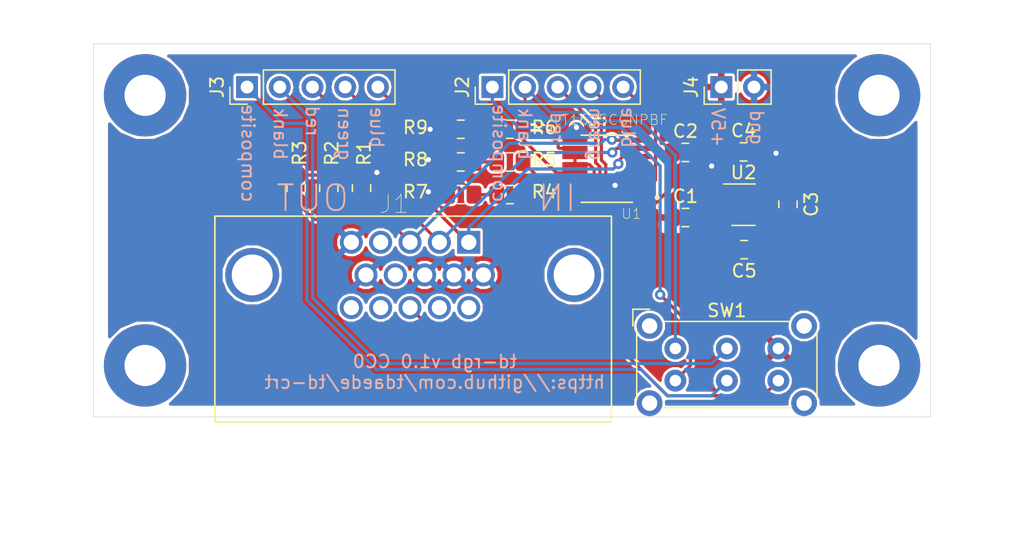
<source format=kicad_pcb>
(kicad_pcb (version 20171130) (host pcbnew "(5.0.1)-4")

  (general
    (thickness 1.6)
    (drawings 19)
    (tracks 184)
    (zones 0)
    (modules 25)
    (nets 29)
  )

  (page A4)
  (layers
    (0 F.Cu signal)
    (31 B.Cu signal)
    (32 B.Adhes user)
    (33 F.Adhes user)
    (34 B.Paste user)
    (35 F.Paste user)
    (36 B.SilkS user)
    (37 F.SilkS user)
    (38 B.Mask user)
    (39 F.Mask user)
    (40 Dwgs.User user)
    (41 Cmts.User user)
    (42 Eco1.User user)
    (43 Eco2.User user)
    (44 Edge.Cuts user)
    (45 Margin user)
    (46 B.CrtYd user)
    (47 F.CrtYd user)
    (48 B.Fab user)
    (49 F.Fab user)
  )

  (setup
    (last_trace_width 0.25)
    (trace_clearance 0.2)
    (zone_clearance 0.2)
    (zone_45_only no)
    (trace_min 0.2)
    (segment_width 0.2)
    (edge_width 0.05)
    (via_size 0.8)
    (via_drill 0.4)
    (via_min_size 0.4)
    (via_min_drill 0.3)
    (uvia_size 0.3)
    (uvia_drill 0.1)
    (uvias_allowed no)
    (uvia_min_size 0.2)
    (uvia_min_drill 0.1)
    (pcb_text_width 0.3)
    (pcb_text_size 1.5 1.5)
    (mod_edge_width 0.12)
    (mod_text_size 1 1)
    (mod_text_width 0.15)
    (pad_size 4.196 4.196)
    (pad_drill 3.18)
    (pad_to_mask_clearance 0.051)
    (solder_mask_min_width 0.25)
    (aux_axis_origin 0 0)
    (visible_elements 7FFFFFFF)
    (pcbplotparams
      (layerselection 0x010fc_ffffffff)
      (usegerberextensions false)
      (usegerberattributes false)
      (usegerberadvancedattributes false)
      (creategerberjobfile false)
      (excludeedgelayer true)
      (linewidth 0.100000)
      (plotframeref false)
      (viasonmask false)
      (mode 1)
      (useauxorigin false)
      (hpglpennumber 1)
      (hpglpenspeed 20)
      (hpglpendiameter 15.000000)
      (psnegative false)
      (psa4output false)
      (plotreference true)
      (plotvalue true)
      (plotinvisibletext false)
      (padsonsilk false)
      (subtractmaskfromsilk false)
      (outputformat 1)
      (mirror false)
      (drillshape 0)
      (scaleselection 1)
      (outputdirectory "v1.0/"))
  )

  (net 0 "")
  (net 1 GND)
  (net 2 +5V)
  (net 3 -5V)
  (net 4 "Net-(J1-Pad15)")
  (net 5 "Net-(J1-Pad14)")
  (net 6 "Net-(J1-Pad13)")
  (net 7 "Net-(J1-Pad12)")
  (net 8 "Net-(J1-Pad11)")
  (net 9 "Net-(J1-Pad9)")
  (net 10 "Net-(J1-Pad4)")
  (net 11 /blue)
  (net 12 /green)
  (net 13 /red)
  (net 14 "Net-(J2-Pad1)")
  (net 15 /csync_out)
  (net 16 "Net-(R4-Pad2)")
  (net 17 "Net-(R5-Pad2)")
  (net 18 "Net-(R6-Pad2)")
  (net 19 /red_out)
  (net 20 /green_out)
  (net 21 /blue_out)
  (net 22 "Net-(C3-Pad2)")
  (net 23 "Net-(C3-Pad1)")
  (net 24 /blue_in)
  (net 25 /green_in)
  (net 26 /red_in)
  (net 27 /blank_in)
  (net 28 "Net-(J3-Pad2)")

  (net_class Default "This is the default net class."
    (clearance 0.2)
    (trace_width 0.25)
    (via_dia 0.8)
    (via_drill 0.4)
    (uvia_dia 0.3)
    (uvia_drill 0.1)
    (add_net +5V)
    (add_net -5V)
    (add_net /blank_in)
    (add_net /blue)
    (add_net /blue_in)
    (add_net /blue_out)
    (add_net /csync_out)
    (add_net /green)
    (add_net /green_in)
    (add_net /green_out)
    (add_net /red)
    (add_net /red_in)
    (add_net /red_out)
    (add_net GND)
    (add_net "Net-(C3-Pad1)")
    (add_net "Net-(C3-Pad2)")
    (add_net "Net-(J1-Pad11)")
    (add_net "Net-(J1-Pad12)")
    (add_net "Net-(J1-Pad13)")
    (add_net "Net-(J1-Pad14)")
    (add_net "Net-(J1-Pad15)")
    (add_net "Net-(J1-Pad4)")
    (add_net "Net-(J1-Pad9)")
    (add_net "Net-(J2-Pad1)")
    (add_net "Net-(J3-Pad2)")
    (add_net "Net-(R4-Pad2)")
    (add_net "Net-(R5-Pad2)")
    (add_net "Net-(R6-Pad2)")
  )

  (module 1-1734530-1:TE_1-1734530-1 (layer F.Cu) (tedit 5C60D2A8) (tstamp 5C2031F8)
    (at 134.82 100.965)
    (path /5C2009D2)
    (fp_text reference J1 (at -1.47 -5.515) (layer F.SilkS)
      (effects (font (size 1.40272 1.40272) (thickness 0.05)))
    )
    (fp_text value "ICD15S13E4GV00LF " (at -10.6574 19.1088) (layer F.SilkS) hide
      (effects (font (size 1.40189 1.40189) (thickness 0.05)))
    )
    (fp_line (start -15.65 -4.82) (end -15.65 17.68) (layer Eco1.User) (width 0.05))
    (fp_line (start 15.65 -4.82) (end -15.65 -4.82) (layer Eco1.User) (width 0.05))
    (fp_line (start 15.65 17.68) (end 15.65 -4.82) (layer Eco1.User) (width 0.05))
    (fp_line (start -15.65 17.68) (end 15.65 17.68) (layer Eco1.User) (width 0.05))
    (fp_line (start -15.4 11.43) (end 15.4 11.43) (layer Eco2.User) (width 0.127))
    (fp_line (start -15.4 11.43) (end -15.4 17.43) (layer Eco2.User) (width 0.127))
    (fp_line (start -15.4 -4.57) (end -15.4 11.43) (layer Eco2.User) (width 0.127))
    (fp_line (start 15.4 -4.57) (end -15.4 -4.57) (layer Eco2.User) (width 0.127))
    (fp_line (start 15.4 11.43) (end 15.4 -4.57) (layer Eco2.User) (width 0.127))
    (fp_line (start 15.4 17.43) (end 15.4 11.43) (layer Eco2.User) (width 0.127))
    (fp_line (start -15.4 17.43) (end 15.4 17.43) (layer Eco2.User) (width 0.127))
    (fp_line (start 15.4 11.43) (end -15.4 11.43) (layer F.SilkS) (width 0.127))
    (fp_line (start -15.4 11.43) (end -15.4 -4.57) (layer F.SilkS) (width 0.127))
    (fp_line (start 15.4 -4.57) (end 15.4 11.43) (layer F.SilkS) (width 0.127))
    (fp_line (start -15.4 -4.57) (end 15.4 -4.57) (layer F.SilkS) (width 0.127))
    (pad 0 thru_hole circle (at 12.5 0) (size 4.196 4.196) (drill 3.18) (layers *.Cu *.Mask))
    (pad 0 thru_hole circle (at -12.5 0) (size 4.196 4.196) (drill 3.18) (layers *.Cu *.Mask))
    (pad 15 thru_hole circle (at -4.805 2.54) (size 1.785 1.785) (drill 1.19) (layers *.Cu *.Mask)
      (net 4 "Net-(J1-Pad15)"))
    (pad 14 thru_hole circle (at -2.525 2.54) (size 1.785 1.785) (drill 1.19) (layers *.Cu *.Mask)
      (net 5 "Net-(J1-Pad14)"))
    (pad 13 thru_hole circle (at -0.245 2.54) (size 1.785 1.785) (drill 1.19) (layers *.Cu *.Mask)
      (net 6 "Net-(J1-Pad13)"))
    (pad 11 thru_hole circle (at 4.315 2.54) (size 1.785 1.785) (drill 1.19) (layers *.Cu *.Mask)
      (net 8 "Net-(J1-Pad11)"))
    (pad 10 thru_hole circle (at -3.665 0) (size 1.785 1.785) (drill 1.19) (layers *.Cu *.Mask)
      (net 1 GND))
    (pad 9 thru_hole circle (at -1.385 0) (size 1.785 1.785) (drill 1.19) (layers *.Cu *.Mask)
      (net 9 "Net-(J1-Pad9)"))
    (pad 7 thru_hole circle (at 3.175 0) (size 1.785 1.785) (drill 1.19) (layers *.Cu *.Mask)
      (net 1 GND))
    (pad 6 thru_hole circle (at 5.455 0) (size 1.785 1.785) (drill 1.19) (layers *.Cu *.Mask)
      (net 1 GND))
    (pad 5 thru_hole circle (at -4.805 -2.54) (size 1.785 1.785) (drill 1.19) (layers *.Cu *.Mask)
      (net 1 GND))
    (pad 4 thru_hole circle (at -2.525 -2.54) (size 1.785 1.785) (drill 1.19) (layers *.Cu *.Mask)
      (net 10 "Net-(J1-Pad4)"))
    (pad 3 thru_hole circle (at -0.245 -2.54) (size 1.785 1.785) (drill 1.19) (layers *.Cu *.Mask)
      (net 11 /blue))
    (pad 2 thru_hole circle (at 2.035 -2.54) (size 1.785 1.785) (drill 1.19) (layers *.Cu *.Mask)
      (net 12 /green))
    (pad 12 thru_hole circle (at 2.035 2.54) (size 1.785 1.785) (drill 1.19) (layers *.Cu *.Mask)
      (net 7 "Net-(J1-Pad12)"))
    (pad 1 thru_hole rect (at 4.315 -2.54) (size 1.785 1.785) (drill 1.19) (layers *.Cu *.Mask)
      (net 13 /red))
    (pad 8 thru_hole circle (at 0.895 0) (size 1.785 1.785) (drill 1.19) (layers *.Cu *.Mask)
      (net 1 GND))
    (model ${KIPRJMOD}/amphenol/iicd15s13e6gv00lf.igs
      (offset (xyz 0 -11 0))
      (scale (xyz 1 1 1))
      (rotate (xyz 0 -180 0))
    )
  )

  (module SOP63P600X172-16N (layer F.Cu) (tedit 0) (tstamp 5C61458B)
    (at 149.86 92.71 180)
    (path /5C202113)
    (attr smd)
    (fp_text reference U1 (at -1.905 -3.50115 180) (layer F.SilkS)
      (effects (font (size 0.787661 0.787661) (thickness 0.05)))
    )
    (fp_text value LT1675CGNPBF (at -0.300135 3.80157 180) (layer F.SilkS)
      (effects (font (size 0.787724 0.787724) (thickness 0.05)))
    )
    (fp_line (start -1.99 -2.49) (end -1.99 2.49) (layer Dwgs.User) (width 0.127))
    (fp_line (start -1.99 2.49) (end 1.99 2.49) (layer Dwgs.User) (width 0.127))
    (fp_line (start 1.99 2.49) (end 1.99 -2.49) (layer Dwgs.User) (width 0.127))
    (fp_line (start 1.99 -2.49) (end -1.99 -2.49) (layer Dwgs.User) (width 0.127))
    (fp_line (start -1.99 -2.608) (end 1.99 -2.608) (layer F.SilkS) (width 0.127))
    (fp_line (start -1.99 2.608) (end 1.99 2.608) (layer F.SilkS) (width 0.127))
    (fp_line (start -3.71 -2.68) (end -3.71 2.68) (layer Eco1.User) (width 0.05))
    (fp_line (start -3.71 2.68) (end -2.25 2.68) (layer Eco1.User) (width 0.05))
    (fp_line (start -2.25 2.68) (end -2.25 2.74) (layer Eco1.User) (width 0.05))
    (fp_line (start -2.25 2.74) (end 2.25 2.74) (layer Eco1.User) (width 0.05))
    (fp_line (start 2.25 2.74) (end 2.25 2.68) (layer Eco1.User) (width 0.05))
    (fp_line (start 2.25 2.68) (end 3.71 2.68) (layer Eco1.User) (width 0.05))
    (fp_line (start 3.71 2.68) (end 3.71 -2.68) (layer Eco1.User) (width 0.05))
    (fp_line (start 3.71 -2.68) (end 2.25 -2.68) (layer Eco1.User) (width 0.05))
    (fp_line (start 2.25 -2.68) (end 2.25 -2.74) (layer Eco1.User) (width 0.05))
    (fp_line (start 2.25 -2.74) (end -2.25 -2.74) (layer Eco1.User) (width 0.05))
    (fp_line (start -2.25 -2.74) (end -2.25 -2.68) (layer Eco1.User) (width 0.05))
    (fp_line (start -2.25 -2.68) (end -3.71 -2.68) (layer Eco1.User) (width 0.05))
    (fp_circle (center -3.91 -2.24) (end -3.81 -2.24) (layer F.SilkS) (width 0.2))
    (fp_circle (center -1.51 -2.14) (end -1.41 -2.14) (layer Dwgs.User) (width 0.2))
    (pad 1 smd rect (at -2.475 -2.2225 180) (size 1.96 0.41) (layers F.Cu F.Paste F.Mask)
      (net 26 /red_in))
    (pad 2 smd rect (at -2.475 -1.5875 180) (size 1.96 0.41) (layers F.Cu F.Paste F.Mask)
      (net 25 /green_in))
    (pad 3 smd rect (at -2.475 -0.9525 180) (size 1.96 0.41) (layers F.Cu F.Paste F.Mask)
      (net 24 /blue_in))
    (pad 4 smd rect (at -2.475 -0.3175 180) (size 1.96 0.41) (layers F.Cu F.Paste F.Mask)
      (net 1 GND))
    (pad 5 smd rect (at -2.475 0.3175 180) (size 1.96 0.41) (layers F.Cu F.Paste F.Mask)
      (net 1 GND))
    (pad 6 smd rect (at -2.475 0.9525 180) (size 1.96 0.41) (layers F.Cu F.Paste F.Mask)
      (net 13 /red))
    (pad 7 smd rect (at -2.475 1.5875 180) (size 1.96 0.41) (layers F.Cu F.Paste F.Mask)
      (net 12 /green))
    (pad 8 smd rect (at -2.475 2.2225 180) (size 1.96 0.41) (layers F.Cu F.Paste F.Mask)
      (net 11 /blue))
    (pad 9 smd rect (at 2.475 2.2225 180) (size 1.96 0.41) (layers F.Cu F.Paste F.Mask)
      (net 1 GND))
    (pad 10 smd rect (at 2.475 1.5875 180) (size 1.96 0.41) (layers F.Cu F.Paste F.Mask)
      (net 27 /blank_in))
    (pad 11 smd rect (at 2.475 0.9525 180) (size 1.96 0.41) (layers F.Cu F.Paste F.Mask)
      (net 3 -5V))
    (pad 12 smd rect (at 2.475 0.3175 180) (size 1.96 0.41) (layers F.Cu F.Paste F.Mask)
      (net 3 -5V))
    (pad 13 smd rect (at 2.475 -0.3175 180) (size 1.96 0.41) (layers F.Cu F.Paste F.Mask)
      (net 18 "Net-(R6-Pad2)"))
    (pad 14 smd rect (at 2.475 -0.9525 180) (size 1.96 0.41) (layers F.Cu F.Paste F.Mask)
      (net 17 "Net-(R5-Pad2)"))
    (pad 15 smd rect (at 2.475 -1.5875 180) (size 1.96 0.41) (layers F.Cu F.Paste F.Mask)
      (net 16 "Net-(R4-Pad2)"))
    (pad 16 smd rect (at 2.475 -2.2225 180) (size 1.96 0.41) (layers F.Cu F.Paste F.Mask)
      (net 2 +5V))
  )

  (module MountingHole:MountingHole_3.2mm_M3_Pad locked (layer F.Cu) (tedit 56D1B4CB) (tstamp 5C2069E6)
    (at 171 87)
    (descr "Mounting Hole 3.2mm, M3")
    (tags "mounting hole 3.2mm m3")
    (attr virtual)
    (fp_text reference REF** (at 0 -4.2) (layer F.SilkS) hide
      (effects (font (size 1 1) (thickness 0.15)))
    )
    (fp_text value MountingHole_3.2mm_M3_Pad (at 0 4.2) (layer F.Fab)
      (effects (font (size 1 1) (thickness 0.15)))
    )
    (fp_text user %R (at 0.3 0) (layer F.Fab)
      (effects (font (size 1 1) (thickness 0.15)))
    )
    (fp_circle (center 0 0) (end 3.2 0) (layer Cmts.User) (width 0.15))
    (fp_circle (center 0 0) (end 3.45 0) (layer F.CrtYd) (width 0.05))
    (pad 1 thru_hole circle (at 0 0) (size 6.4 6.4) (drill 3.2) (layers *.Cu *.Mask))
  )

  (module MountingHole:MountingHole_3.2mm_M3_Pad locked (layer F.Cu) (tedit 56D1B4CB) (tstamp 5C2069E6)
    (at 114 87)
    (descr "Mounting Hole 3.2mm, M3")
    (tags "mounting hole 3.2mm m3")
    (attr virtual)
    (fp_text reference REF** (at 0 -4.2) (layer F.SilkS) hide
      (effects (font (size 1 1) (thickness 0.15)))
    )
    (fp_text value MountingHole_3.2mm_M3_Pad (at 0 4.2) (layer F.Fab)
      (effects (font (size 1 1) (thickness 0.15)))
    )
    (fp_text user %R (at 0.3 0) (layer F.Fab)
      (effects (font (size 1 1) (thickness 0.15)))
    )
    (fp_circle (center 0 0) (end 3.2 0) (layer Cmts.User) (width 0.15))
    (fp_circle (center 0 0) (end 3.45 0) (layer F.CrtYd) (width 0.05))
    (pad 1 thru_hole circle (at 0 0) (size 6.4 6.4) (drill 3.2) (layers *.Cu *.Mask))
  )

  (module MountingHole:MountingHole_3.2mm_M3_Pad locked (layer F.Cu) (tedit 56D1B4CB) (tstamp 5C2069E6)
    (at 171 108)
    (descr "Mounting Hole 3.2mm, M3")
    (tags "mounting hole 3.2mm m3")
    (attr virtual)
    (fp_text reference REF** (at 0 -4.2) (layer F.SilkS) hide
      (effects (font (size 1 1) (thickness 0.15)))
    )
    (fp_text value MountingHole_3.2mm_M3_Pad (at 0 4.2) (layer F.Fab)
      (effects (font (size 1 1) (thickness 0.15)))
    )
    (fp_text user %R (at 0.3 0) (layer F.Fab)
      (effects (font (size 1 1) (thickness 0.15)))
    )
    (fp_circle (center 0 0) (end 3.2 0) (layer Cmts.User) (width 0.15))
    (fp_circle (center 0 0) (end 3.45 0) (layer F.CrtYd) (width 0.05))
    (pad 1 thru_hole circle (at 0 0) (size 6.4 6.4) (drill 3.2) (layers *.Cu *.Mask))
  )

  (module Connector_PinHeader_2.54mm:PinHeader_1x02_P2.54mm_Vertical (layer F.Cu) (tedit 59FED5CC) (tstamp 5C205EC9)
    (at 158.75 86.36 90)
    (descr "Through hole straight pin header, 1x02, 2.54mm pitch, single row")
    (tags "Through hole pin header THT 1x02 2.54mm single row")
    (path /5C266126)
    (fp_text reference J4 (at 0 -2.33 90) (layer F.SilkS)
      (effects (font (size 1 1) (thickness 0.15)))
    )
    (fp_text value Conn_01x02_Male (at 0 4.87 90) (layer F.Fab)
      (effects (font (size 1 1) (thickness 0.15)))
    )
    (fp_text user %R (at 0 1.27 180) (layer F.Fab)
      (effects (font (size 1 1) (thickness 0.15)))
    )
    (fp_line (start 1.8 -1.8) (end -1.8 -1.8) (layer F.CrtYd) (width 0.05))
    (fp_line (start 1.8 4.35) (end 1.8 -1.8) (layer F.CrtYd) (width 0.05))
    (fp_line (start -1.8 4.35) (end 1.8 4.35) (layer F.CrtYd) (width 0.05))
    (fp_line (start -1.8 -1.8) (end -1.8 4.35) (layer F.CrtYd) (width 0.05))
    (fp_line (start -1.33 -1.33) (end 0 -1.33) (layer F.SilkS) (width 0.12))
    (fp_line (start -1.33 0) (end -1.33 -1.33) (layer F.SilkS) (width 0.12))
    (fp_line (start -1.33 1.27) (end 1.33 1.27) (layer F.SilkS) (width 0.12))
    (fp_line (start 1.33 1.27) (end 1.33 3.87) (layer F.SilkS) (width 0.12))
    (fp_line (start -1.33 1.27) (end -1.33 3.87) (layer F.SilkS) (width 0.12))
    (fp_line (start -1.33 3.87) (end 1.33 3.87) (layer F.SilkS) (width 0.12))
    (fp_line (start -1.27 -0.635) (end -0.635 -1.27) (layer F.Fab) (width 0.1))
    (fp_line (start -1.27 3.81) (end -1.27 -0.635) (layer F.Fab) (width 0.1))
    (fp_line (start 1.27 3.81) (end -1.27 3.81) (layer F.Fab) (width 0.1))
    (fp_line (start 1.27 -1.27) (end 1.27 3.81) (layer F.Fab) (width 0.1))
    (fp_line (start -0.635 -1.27) (end 1.27 -1.27) (layer F.Fab) (width 0.1))
    (pad 2 thru_hole oval (at 0 2.54 90) (size 1.7 1.7) (drill 1) (layers *.Cu *.Mask)
      (net 1 GND))
    (pad 1 thru_hole rect (at 0 0 90) (size 1.7 1.7) (drill 1) (layers *.Cu *.Mask)
      (net 2 +5V))
    (model ${KISYS3DMOD}/Connector_PinHeader_2.54mm.3dshapes/PinHeader_1x02_P2.54mm_Vertical.wrl
      (at (xyz 0 0 0))
      (scale (xyz 1 1 1))
      (rotate (xyz 0 0 0))
    )
  )

  (module Package_TO_SOT_SMD:SOT-23-6 (layer F.Cu) (tedit 5A02FF57) (tstamp 5C205132)
    (at 160.48 95.504999)
    (descr "6-pin SOT-23 package")
    (tags SOT-23-6)
    (path /5C257FB9)
    (attr smd)
    (fp_text reference U2 (at 0 -2.504999) (layer F.SilkS)
      (effects (font (size 1 1) (thickness 0.15)))
    )
    (fp_text value LM2776 (at 0 2.9) (layer F.Fab)
      (effects (font (size 1 1) (thickness 0.15)))
    )
    (fp_text user %R (at 0 0 90) (layer F.Fab)
      (effects (font (size 0.5 0.5) (thickness 0.075)))
    )
    (fp_line (start -0.9 1.61) (end 0.9 1.61) (layer F.SilkS) (width 0.12))
    (fp_line (start 0.9 -1.61) (end -1.55 -1.61) (layer F.SilkS) (width 0.12))
    (fp_line (start 1.9 -1.8) (end -1.9 -1.8) (layer F.CrtYd) (width 0.05))
    (fp_line (start 1.9 1.8) (end 1.9 -1.8) (layer F.CrtYd) (width 0.05))
    (fp_line (start -1.9 1.8) (end 1.9 1.8) (layer F.CrtYd) (width 0.05))
    (fp_line (start -1.9 -1.8) (end -1.9 1.8) (layer F.CrtYd) (width 0.05))
    (fp_line (start -0.9 -0.9) (end -0.25 -1.55) (layer F.Fab) (width 0.1))
    (fp_line (start 0.9 -1.55) (end -0.25 -1.55) (layer F.Fab) (width 0.1))
    (fp_line (start -0.9 -0.9) (end -0.9 1.55) (layer F.Fab) (width 0.1))
    (fp_line (start 0.9 1.55) (end -0.9 1.55) (layer F.Fab) (width 0.1))
    (fp_line (start 0.9 -1.55) (end 0.9 1.55) (layer F.Fab) (width 0.1))
    (pad 1 smd rect (at -1.1 -0.95) (size 1.06 0.65) (layers F.Cu F.Paste F.Mask)
      (net 3 -5V))
    (pad 2 smd rect (at -1.1 0) (size 1.06 0.65) (layers F.Cu F.Paste F.Mask)
      (net 1 GND))
    (pad 3 smd rect (at -1.1 0.95) (size 1.06 0.65) (layers F.Cu F.Paste F.Mask)
      (net 2 +5V))
    (pad 4 smd rect (at 1.1 0.95) (size 1.06 0.65) (layers F.Cu F.Paste F.Mask)
      (net 2 +5V))
    (pad 6 smd rect (at 1.1 -0.95) (size 1.06 0.65) (layers F.Cu F.Paste F.Mask)
      (net 22 "Net-(C3-Pad2)"))
    (pad 5 smd rect (at 1.1 0) (size 1.06 0.65) (layers F.Cu F.Paste F.Mask)
      (net 23 "Net-(C3-Pad1)"))
    (model ${KISYS3DMOD}/Package_TO_SOT_SMD.3dshapes/SOT-23-6.wrl
      (at (xyz 0 0 0))
      (scale (xyz 1 1 1))
      (rotate (xyz 0 0 0))
    )
  )

  (module Capacitor_SMD:C_0805_2012Metric_Pad1.15x1.40mm_HandSolder (layer F.Cu) (tedit 5B36C52B) (tstamp 5C204EBB)
    (at 160.525 99 180)
    (descr "Capacitor SMD 0805 (2012 Metric), square (rectangular) end terminal, IPC_7351 nominal with elongated pad for handsoldering. (Body size source: https://docs.google.com/spreadsheets/d/1BsfQQcO9C6DZCsRaXUlFlo91Tg2WpOkGARC1WS5S8t0/edit?usp=sharing), generated with kicad-footprint-generator")
    (tags "capacitor handsolder")
    (path /5C25CA04)
    (attr smd)
    (fp_text reference C5 (at 0 -1.65 180) (layer F.SilkS)
      (effects (font (size 1 1) (thickness 0.15)))
    )
    (fp_text value 2.2uF (at 0 1.65 180) (layer F.Fab)
      (effects (font (size 1 1) (thickness 0.15)))
    )
    (fp_line (start -1 0.6) (end -1 -0.6) (layer F.Fab) (width 0.1))
    (fp_line (start -1 -0.6) (end 1 -0.6) (layer F.Fab) (width 0.1))
    (fp_line (start 1 -0.6) (end 1 0.6) (layer F.Fab) (width 0.1))
    (fp_line (start 1 0.6) (end -1 0.6) (layer F.Fab) (width 0.1))
    (fp_line (start -0.261252 -0.71) (end 0.261252 -0.71) (layer F.SilkS) (width 0.12))
    (fp_line (start -0.261252 0.71) (end 0.261252 0.71) (layer F.SilkS) (width 0.12))
    (fp_line (start -1.85 0.95) (end -1.85 -0.95) (layer F.CrtYd) (width 0.05))
    (fp_line (start -1.85 -0.95) (end 1.85 -0.95) (layer F.CrtYd) (width 0.05))
    (fp_line (start 1.85 -0.95) (end 1.85 0.95) (layer F.CrtYd) (width 0.05))
    (fp_line (start 1.85 0.95) (end -1.85 0.95) (layer F.CrtYd) (width 0.05))
    (fp_text user %R (at 0 0 180) (layer F.Fab)
      (effects (font (size 0.5 0.5) (thickness 0.08)))
    )
    (pad 1 smd roundrect (at -1.025 0 180) (size 1.15 1.4) (layers F.Cu F.Paste F.Mask) (roundrect_rratio 0.217391)
      (net 2 +5V))
    (pad 2 smd roundrect (at 1.025 0 180) (size 1.15 1.4) (layers F.Cu F.Paste F.Mask) (roundrect_rratio 0.217391)
      (net 1 GND))
    (model ${KISYS3DMOD}/Capacitor_SMD.3dshapes/C_0805_2012Metric.wrl
      (at (xyz 0 0 0))
      (scale (xyz 1 1 1))
      (rotate (xyz 0 0 0))
    )
  )

  (module Capacitor_SMD:C_0805_2012Metric_Pad1.15x1.40mm_HandSolder (layer F.Cu) (tedit 5B36C52B) (tstamp 5C204EAA)
    (at 160.48 91.4)
    (descr "Capacitor SMD 0805 (2012 Metric), square (rectangular) end terminal, IPC_7351 nominal with elongated pad for handsoldering. (Body size source: https://docs.google.com/spreadsheets/d/1BsfQQcO9C6DZCsRaXUlFlo91Tg2WpOkGARC1WS5S8t0/edit?usp=sharing), generated with kicad-footprint-generator")
    (tags "capacitor handsolder")
    (path /5C25C5EF)
    (attr smd)
    (fp_text reference C4 (at 0 -1.65) (layer F.SilkS)
      (effects (font (size 1 1) (thickness 0.15)))
    )
    (fp_text value 2.2uF (at 0 1.65) (layer F.Fab)
      (effects (font (size 1 1) (thickness 0.15)))
    )
    (fp_line (start -1 0.6) (end -1 -0.6) (layer F.Fab) (width 0.1))
    (fp_line (start -1 -0.6) (end 1 -0.6) (layer F.Fab) (width 0.1))
    (fp_line (start 1 -0.6) (end 1 0.6) (layer F.Fab) (width 0.1))
    (fp_line (start 1 0.6) (end -1 0.6) (layer F.Fab) (width 0.1))
    (fp_line (start -0.261252 -0.71) (end 0.261252 -0.71) (layer F.SilkS) (width 0.12))
    (fp_line (start -0.261252 0.71) (end 0.261252 0.71) (layer F.SilkS) (width 0.12))
    (fp_line (start -1.85 0.95) (end -1.85 -0.95) (layer F.CrtYd) (width 0.05))
    (fp_line (start -1.85 -0.95) (end 1.85 -0.95) (layer F.CrtYd) (width 0.05))
    (fp_line (start 1.85 -0.95) (end 1.85 0.95) (layer F.CrtYd) (width 0.05))
    (fp_line (start 1.85 0.95) (end -1.85 0.95) (layer F.CrtYd) (width 0.05))
    (fp_text user %R (at 0 0) (layer F.Fab)
      (effects (font (size 0.5 0.5) (thickness 0.08)))
    )
    (pad 1 smd roundrect (at -1.025 0) (size 1.15 1.4) (layers F.Cu F.Paste F.Mask) (roundrect_rratio 0.217391)
      (net 3 -5V))
    (pad 2 smd roundrect (at 1.025 0) (size 1.15 1.4) (layers F.Cu F.Paste F.Mask) (roundrect_rratio 0.217391)
      (net 1 GND))
    (model ${KISYS3DMOD}/Capacitor_SMD.3dshapes/C_0805_2012Metric.wrl
      (at (xyz 0 0 0))
      (scale (xyz 1 1 1))
      (rotate (xyz 0 0 0))
    )
  )

  (module Capacitor_SMD:C_0805_2012Metric_Pad1.15x1.40mm_HandSolder (layer F.Cu) (tedit 5B36C52B) (tstamp 5C204E99)
    (at 163.929999 95.475 90)
    (descr "Capacitor SMD 0805 (2012 Metric), square (rectangular) end terminal, IPC_7351 nominal with elongated pad for handsoldering. (Body size source: https://docs.google.com/spreadsheets/d/1BsfQQcO9C6DZCsRaXUlFlo91Tg2WpOkGARC1WS5S8t0/edit?usp=sharing), generated with kicad-footprint-generator")
    (tags "capacitor handsolder")
    (path /5C259C19)
    (attr smd)
    (fp_text reference C3 (at 0 1.805001 90) (layer F.SilkS)
      (effects (font (size 1 1) (thickness 0.15)))
    )
    (fp_text value 1uF (at 0 1.65 90) (layer F.Fab)
      (effects (font (size 1 1) (thickness 0.15)))
    )
    (fp_line (start -1 0.6) (end -1 -0.6) (layer F.Fab) (width 0.1))
    (fp_line (start -1 -0.6) (end 1 -0.6) (layer F.Fab) (width 0.1))
    (fp_line (start 1 -0.6) (end 1 0.6) (layer F.Fab) (width 0.1))
    (fp_line (start 1 0.6) (end -1 0.6) (layer F.Fab) (width 0.1))
    (fp_line (start -0.261252 -0.71) (end 0.261252 -0.71) (layer F.SilkS) (width 0.12))
    (fp_line (start -0.261252 0.71) (end 0.261252 0.71) (layer F.SilkS) (width 0.12))
    (fp_line (start -1.85 0.95) (end -1.85 -0.95) (layer F.CrtYd) (width 0.05))
    (fp_line (start -1.85 -0.95) (end 1.85 -0.95) (layer F.CrtYd) (width 0.05))
    (fp_line (start 1.85 -0.95) (end 1.85 0.95) (layer F.CrtYd) (width 0.05))
    (fp_line (start 1.85 0.95) (end -1.85 0.95) (layer F.CrtYd) (width 0.05))
    (fp_text user %R (at 0 0 90) (layer F.Fab)
      (effects (font (size 0.5 0.5) (thickness 0.08)))
    )
    (pad 1 smd roundrect (at -1.025 0 90) (size 1.15 1.4) (layers F.Cu F.Paste F.Mask) (roundrect_rratio 0.217391)
      (net 23 "Net-(C3-Pad1)"))
    (pad 2 smd roundrect (at 1.025 0 90) (size 1.15 1.4) (layers F.Cu F.Paste F.Mask) (roundrect_rratio 0.217391)
      (net 22 "Net-(C3-Pad2)"))
    (model ${KISYS3DMOD}/Capacitor_SMD.3dshapes/C_0805_2012Metric.wrl
      (at (xyz 0 0 0))
      (scale (xyz 1 1 1))
      (rotate (xyz 0 0 0))
    )
  )

  (module Button_Switch_THT:SW_E-Switch_EG2219_DPDT_Angled (layer F.Cu) (tedit 5A02FE31) (tstamp 5C203647)
    (at 155.182001 106.68)
    (descr "E-Switch slide switch, EG series, DPDT, right angle, http://spec_sheets.e-switch.com/specs/P040170.pdf")
    (tags "switch DPDT")
    (path /5C2507F6)
    (fp_text reference SW1 (at 4 -2.95) (layer F.SilkS)
      (effects (font (size 1 1) (thickness 0.15)))
    )
    (fp_text value SW_DPDT_x2 (at 4 14.45) (layer F.Fab)
      (effects (font (size 1 1) (thickness 0.15)))
    )
    (fp_line (start -1.9 -2) (end 10.9 -2) (layer F.Fab) (width 0.1))
    (fp_line (start 10.9 -2) (end 10.9 4.5) (layer F.Fab) (width 0.1))
    (fp_line (start 10.9 4.5) (end -2.9 4.5) (layer F.Fab) (width 0.1))
    (fp_line (start -2.9 4.5) (end -2.9 -1) (layer F.Fab) (width 0.1))
    (fp_line (start 4.5 4.5) (end 4.5 13.5) (layer F.Fab) (width 0.1))
    (fp_line (start 4.5 13.5) (end -0.5 13.5) (layer F.Fab) (width 0.1))
    (fp_line (start -0.5 13.5) (end -0.5 4.5) (layer F.Fab) (width 0.1))
    (fp_text user %R (at 4 1.25) (layer F.Fab)
      (effects (font (size 1 1) (thickness 0.1)))
    )
    (fp_line (start 11 -1.35) (end 11 3.85) (layer F.SilkS) (width 0.12))
    (fp_line (start -3 3.85) (end -3 -1.35) (layer F.SilkS) (width 0.12))
    (fp_line (start -0.95 -2.1) (end 8.95 -2.1) (layer F.SilkS) (width 0.12))
    (fp_line (start 8.95 4.6) (end -0.95 4.6) (layer F.SilkS) (width 0.12))
    (fp_line (start -3.25 -3) (end 11.25 -3) (layer F.CrtYd) (width 0.05))
    (fp_line (start 11.25 -3) (end 11.25 5.5) (layer F.CrtYd) (width 0.05))
    (fp_line (start 11.25 5.5) (end 8.75 5.5) (layer F.CrtYd) (width 0.05))
    (fp_line (start 8.75 5.5) (end 8.75 13.75) (layer F.CrtYd) (width 0.05))
    (fp_line (start 8.75 13.75) (end -0.75 13.75) (layer F.CrtYd) (width 0.05))
    (fp_line (start -0.75 13.75) (end -0.75 5.5) (layer F.CrtYd) (width 0.05))
    (fp_line (start -0.75 5.5) (end -3.25 5.5) (layer F.CrtYd) (width 0.05))
    (fp_line (start -3.25 5.5) (end -3.25 -3) (layer F.CrtYd) (width 0.05))
    (fp_line (start -1.9 -2) (end -2.9 -1) (layer F.Fab) (width 0.1))
    (fp_line (start -3.3 -1.75) (end -3.3 -3.05) (layer F.SilkS) (width 0.12))
    (fp_line (start -3.3 -3.05) (end -2 -3.05) (layer F.SilkS) (width 0.12))
    (pad 6 thru_hole circle (at 8 2.5) (size 1.7 1.7) (drill 0.9) (layers *.Cu *.Mask)
      (net 6 "Net-(J1-Pad13)"))
    (pad 5 thru_hole circle (at 4 2.5) (size 1.7 1.7) (drill 0.9) (layers *.Cu *.Mask)
      (net 15 /csync_out))
    (pad 4 thru_hole circle (at 0 2.5) (size 1.7 1.7) (drill 0.9) (layers *.Cu *.Mask)
      (net 14 "Net-(J2-Pad1)"))
    (pad 3 thru_hole circle (at 8 0) (size 1.7 1.7) (drill 0.9) (layers *.Cu *.Mask)
      (net 2 +5V))
    (pad 2 thru_hole circle (at 4 0) (size 1.7 1.7) (drill 0.9) (layers *.Cu *.Mask)
      (net 28 "Net-(J3-Pad2)"))
    (pad 1 thru_hole circle (at 0 0) (size 1.7 1.7) (drill 0.9) (layers *.Cu *.Mask)
      (net 27 /blank_in))
    (pad "" thru_hole circle (at -2 4.25) (size 2 2) (drill 1.2) (layers *.Cu *.Mask))
    (pad "" thru_hole circle (at 10 4.25) (size 2 2) (drill 1.2) (layers *.Cu *.Mask))
    (pad "" thru_hole circle (at 10 -1.75) (size 2 2) (drill 1.2) (layers *.Cu *.Mask))
    (pad "" thru_hole circle (at -2 -1.75) (size 2 2) (drill 1.2) (layers *.Cu *.Mask))
    (model ${KISYS3DMOD}/Button_Switch_THT.3dshapes/SW_E-Switch_EG2219_DPDT_Angled.wrl
      (at (xyz 0 0 0))
      (scale (xyz 1 1 1))
      (rotate (xyz 0 0 0))
    )
  )

  (module Resistor_SMD:R_0805_2012Metric_Pad1.15x1.40mm_HandSolder (layer F.Cu) (tedit 5B36C52B) (tstamp 5C2032C3)
    (at 138.520876 89.640702 180)
    (descr "Resistor SMD 0805 (2012 Metric), square (rectangular) end terminal, IPC_7351 nominal with elongated pad for handsoldering. (Body size source: https://docs.google.com/spreadsheets/d/1BsfQQcO9C6DZCsRaXUlFlo91Tg2WpOkGARC1WS5S8t0/edit?usp=sharing), generated with kicad-footprint-generator")
    (tags "resistor handsolder")
    (path /5C206B5B)
    (attr smd)
    (fp_text reference R9 (at 3.520876 0.140702 180) (layer F.SilkS)
      (effects (font (size 1 1) (thickness 0.15)))
    )
    (fp_text value 75 (at 0 1.65 180) (layer F.Fab)
      (effects (font (size 1 1) (thickness 0.15)))
    )
    (fp_text user %R (at 0 0 180) (layer F.Fab)
      (effects (font (size 0.5 0.5) (thickness 0.08)))
    )
    (fp_line (start 1.85 0.95) (end -1.85 0.95) (layer F.CrtYd) (width 0.05))
    (fp_line (start 1.85 -0.95) (end 1.85 0.95) (layer F.CrtYd) (width 0.05))
    (fp_line (start -1.85 -0.95) (end 1.85 -0.95) (layer F.CrtYd) (width 0.05))
    (fp_line (start -1.85 0.95) (end -1.85 -0.95) (layer F.CrtYd) (width 0.05))
    (fp_line (start -0.261252 0.71) (end 0.261252 0.71) (layer F.SilkS) (width 0.12))
    (fp_line (start -0.261252 -0.71) (end 0.261252 -0.71) (layer F.SilkS) (width 0.12))
    (fp_line (start 1 0.6) (end -1 0.6) (layer F.Fab) (width 0.1))
    (fp_line (start 1 -0.6) (end 1 0.6) (layer F.Fab) (width 0.1))
    (fp_line (start -1 -0.6) (end 1 -0.6) (layer F.Fab) (width 0.1))
    (fp_line (start -1 0.6) (end -1 -0.6) (layer F.Fab) (width 0.1))
    (pad 2 smd roundrect (at 1.025 0 180) (size 1.15 1.4) (layers F.Cu F.Paste F.Mask) (roundrect_rratio 0.217391)
      (net 1 GND))
    (pad 1 smd roundrect (at -1.025 0 180) (size 1.15 1.4) (layers F.Cu F.Paste F.Mask) (roundrect_rratio 0.217391)
      (net 21 /blue_out))
    (model ${KISYS3DMOD}/Resistor_SMD.3dshapes/R_0805_2012Metric.wrl
      (at (xyz 0 0 0))
      (scale (xyz 1 1 1))
      (rotate (xyz 0 0 0))
    )
  )

  (module Resistor_SMD:R_0805_2012Metric_Pad1.15x1.40mm_HandSolder (layer F.Cu) (tedit 5B36C52B) (tstamp 5C2047AB)
    (at 138.520876 92.180702 180)
    (descr "Resistor SMD 0805 (2012 Metric), square (rectangular) end terminal, IPC_7351 nominal with elongated pad for handsoldering. (Body size source: https://docs.google.com/spreadsheets/d/1BsfQQcO9C6DZCsRaXUlFlo91Tg2WpOkGARC1WS5S8t0/edit?usp=sharing), generated with kicad-footprint-generator")
    (tags "resistor handsolder")
    (path /5C2068F2)
    (attr smd)
    (fp_text reference R8 (at 3.520876 0.180702 180) (layer F.SilkS)
      (effects (font (size 1 1) (thickness 0.15)))
    )
    (fp_text value 75 (at 0 1.65 180) (layer F.Fab)
      (effects (font (size 1 1) (thickness 0.15)))
    )
    (fp_text user %R (at 0 0 180) (layer F.Fab)
      (effects (font (size 0.5 0.5) (thickness 0.08)))
    )
    (fp_line (start 1.85 0.95) (end -1.85 0.95) (layer F.CrtYd) (width 0.05))
    (fp_line (start 1.85 -0.95) (end 1.85 0.95) (layer F.CrtYd) (width 0.05))
    (fp_line (start -1.85 -0.95) (end 1.85 -0.95) (layer F.CrtYd) (width 0.05))
    (fp_line (start -1.85 0.95) (end -1.85 -0.95) (layer F.CrtYd) (width 0.05))
    (fp_line (start -0.261252 0.71) (end 0.261252 0.71) (layer F.SilkS) (width 0.12))
    (fp_line (start -0.261252 -0.71) (end 0.261252 -0.71) (layer F.SilkS) (width 0.12))
    (fp_line (start 1 0.6) (end -1 0.6) (layer F.Fab) (width 0.1))
    (fp_line (start 1 -0.6) (end 1 0.6) (layer F.Fab) (width 0.1))
    (fp_line (start -1 -0.6) (end 1 -0.6) (layer F.Fab) (width 0.1))
    (fp_line (start -1 0.6) (end -1 -0.6) (layer F.Fab) (width 0.1))
    (pad 2 smd roundrect (at 1.025 0 180) (size 1.15 1.4) (layers F.Cu F.Paste F.Mask) (roundrect_rratio 0.217391)
      (net 1 GND))
    (pad 1 smd roundrect (at -1.025 0 180) (size 1.15 1.4) (layers F.Cu F.Paste F.Mask) (roundrect_rratio 0.217391)
      (net 20 /green_out))
    (model ${KISYS3DMOD}/Resistor_SMD.3dshapes/R_0805_2012Metric.wrl
      (at (xyz 0 0 0))
      (scale (xyz 1 1 1))
      (rotate (xyz 0 0 0))
    )
  )

  (module Resistor_SMD:R_0805_2012Metric_Pad1.15x1.40mm_HandSolder (layer F.Cu) (tedit 5B36C52B) (tstamp 5C20477B)
    (at 138.520876 94.720702 180)
    (descr "Resistor SMD 0805 (2012 Metric), square (rectangular) end terminal, IPC_7351 nominal with elongated pad for handsoldering. (Body size source: https://docs.google.com/spreadsheets/d/1BsfQQcO9C6DZCsRaXUlFlo91Tg2WpOkGARC1WS5S8t0/edit?usp=sharing), generated with kicad-footprint-generator")
    (tags "resistor handsolder")
    (path /5C20643D)
    (attr smd)
    (fp_text reference R7 (at 3.520876 0.220702 180) (layer F.SilkS)
      (effects (font (size 1 1) (thickness 0.15)))
    )
    (fp_text value 75 (at 0 1.65 180) (layer F.Fab)
      (effects (font (size 1 1) (thickness 0.15)))
    )
    (fp_text user %R (at 0 0 180) (layer F.Fab)
      (effects (font (size 0.5 0.5) (thickness 0.08)))
    )
    (fp_line (start 1.85 0.95) (end -1.85 0.95) (layer F.CrtYd) (width 0.05))
    (fp_line (start 1.85 -0.95) (end 1.85 0.95) (layer F.CrtYd) (width 0.05))
    (fp_line (start -1.85 -0.95) (end 1.85 -0.95) (layer F.CrtYd) (width 0.05))
    (fp_line (start -1.85 0.95) (end -1.85 -0.95) (layer F.CrtYd) (width 0.05))
    (fp_line (start -0.261252 0.71) (end 0.261252 0.71) (layer F.SilkS) (width 0.12))
    (fp_line (start -0.261252 -0.71) (end 0.261252 -0.71) (layer F.SilkS) (width 0.12))
    (fp_line (start 1 0.6) (end -1 0.6) (layer F.Fab) (width 0.1))
    (fp_line (start 1 -0.6) (end 1 0.6) (layer F.Fab) (width 0.1))
    (fp_line (start -1 -0.6) (end 1 -0.6) (layer F.Fab) (width 0.1))
    (fp_line (start -1 0.6) (end -1 -0.6) (layer F.Fab) (width 0.1))
    (pad 2 smd roundrect (at 1.025 0 180) (size 1.15 1.4) (layers F.Cu F.Paste F.Mask) (roundrect_rratio 0.217391)
      (net 1 GND))
    (pad 1 smd roundrect (at -1.025 0 180) (size 1.15 1.4) (layers F.Cu F.Paste F.Mask) (roundrect_rratio 0.217391)
      (net 19 /red_out))
    (model ${KISYS3DMOD}/Resistor_SMD.3dshapes/R_0805_2012Metric.wrl
      (at (xyz 0 0 0))
      (scale (xyz 1 1 1))
      (rotate (xyz 0 0 0))
    )
  )

  (module Resistor_SMD:R_0805_2012Metric_Pad1.15x1.40mm_HandSolder (layer F.Cu) (tedit 5B36C52B) (tstamp 5C208B25)
    (at 142.330876 89.640702)
    (descr "Resistor SMD 0805 (2012 Metric), square (rectangular) end terminal, IPC_7351 nominal with elongated pad for handsoldering. (Body size source: https://docs.google.com/spreadsheets/d/1BsfQQcO9C6DZCsRaXUlFlo91Tg2WpOkGARC1WS5S8t0/edit?usp=sharing), generated with kicad-footprint-generator")
    (tags "resistor handsolder")
    (path /5C205FFE)
    (attr smd)
    (fp_text reference R6 (at 2.669124 -0.140702) (layer F.SilkS)
      (effects (font (size 1 1) (thickness 0.15)))
    )
    (fp_text value 75 (at 0 1.65) (layer F.Fab)
      (effects (font (size 1 1) (thickness 0.15)))
    )
    (fp_text user %R (at 0 0) (layer F.Fab)
      (effects (font (size 0.5 0.5) (thickness 0.08)))
    )
    (fp_line (start 1.85 0.95) (end -1.85 0.95) (layer F.CrtYd) (width 0.05))
    (fp_line (start 1.85 -0.95) (end 1.85 0.95) (layer F.CrtYd) (width 0.05))
    (fp_line (start -1.85 -0.95) (end 1.85 -0.95) (layer F.CrtYd) (width 0.05))
    (fp_line (start -1.85 0.95) (end -1.85 -0.95) (layer F.CrtYd) (width 0.05))
    (fp_line (start -0.261252 0.71) (end 0.261252 0.71) (layer F.SilkS) (width 0.12))
    (fp_line (start -0.261252 -0.71) (end 0.261252 -0.71) (layer F.SilkS) (width 0.12))
    (fp_line (start 1 0.6) (end -1 0.6) (layer F.Fab) (width 0.1))
    (fp_line (start 1 -0.6) (end 1 0.6) (layer F.Fab) (width 0.1))
    (fp_line (start -1 -0.6) (end 1 -0.6) (layer F.Fab) (width 0.1))
    (fp_line (start -1 0.6) (end -1 -0.6) (layer F.Fab) (width 0.1))
    (pad 2 smd roundrect (at 1.025 0) (size 1.15 1.4) (layers F.Cu F.Paste F.Mask) (roundrect_rratio 0.217391)
      (net 18 "Net-(R6-Pad2)"))
    (pad 1 smd roundrect (at -1.025 0) (size 1.15 1.4) (layers F.Cu F.Paste F.Mask) (roundrect_rratio 0.217391)
      (net 21 /blue_out))
    (model ${KISYS3DMOD}/Resistor_SMD.3dshapes/R_0805_2012Metric.wrl
      (at (xyz 0 0 0))
      (scale (xyz 1 1 1))
      (rotate (xyz 0 0 0))
    )
  )

  (module Resistor_SMD:R_0805_2012Metric_Pad1.15x1.40mm_HandSolder (layer F.Cu) (tedit 5B36C52B) (tstamp 5C20327F)
    (at 142.330876 92.180702)
    (descr "Resistor SMD 0805 (2012 Metric), square (rectangular) end terminal, IPC_7351 nominal with elongated pad for handsoldering. (Body size source: https://docs.google.com/spreadsheets/d/1BsfQQcO9C6DZCsRaXUlFlo91Tg2WpOkGARC1WS5S8t0/edit?usp=sharing), generated with kicad-footprint-generator")
    (tags "resistor handsolder")
    (path /5C205C53)
    (attr smd)
    (fp_text reference R5 (at 2.669124 -0.180702) (layer F.SilkS)
      (effects (font (size 1 1) (thickness 0.15)))
    )
    (fp_text value 75 (at 0 1.65) (layer F.Fab)
      (effects (font (size 1 1) (thickness 0.15)))
    )
    (fp_text user %R (at 0 0) (layer F.Fab)
      (effects (font (size 0.5 0.5) (thickness 0.08)))
    )
    (fp_line (start 1.85 0.95) (end -1.85 0.95) (layer F.CrtYd) (width 0.05))
    (fp_line (start 1.85 -0.95) (end 1.85 0.95) (layer F.CrtYd) (width 0.05))
    (fp_line (start -1.85 -0.95) (end 1.85 -0.95) (layer F.CrtYd) (width 0.05))
    (fp_line (start -1.85 0.95) (end -1.85 -0.95) (layer F.CrtYd) (width 0.05))
    (fp_line (start -0.261252 0.71) (end 0.261252 0.71) (layer F.SilkS) (width 0.12))
    (fp_line (start -0.261252 -0.71) (end 0.261252 -0.71) (layer F.SilkS) (width 0.12))
    (fp_line (start 1 0.6) (end -1 0.6) (layer F.Fab) (width 0.1))
    (fp_line (start 1 -0.6) (end 1 0.6) (layer F.Fab) (width 0.1))
    (fp_line (start -1 -0.6) (end 1 -0.6) (layer F.Fab) (width 0.1))
    (fp_line (start -1 0.6) (end -1 -0.6) (layer F.Fab) (width 0.1))
    (pad 2 smd roundrect (at 1.025 0) (size 1.15 1.4) (layers F.Cu F.Paste F.Mask) (roundrect_rratio 0.217391)
      (net 17 "Net-(R5-Pad2)"))
    (pad 1 smd roundrect (at -1.025 0) (size 1.15 1.4) (layers F.Cu F.Paste F.Mask) (roundrect_rratio 0.217391)
      (net 20 /green_out))
    (model ${KISYS3DMOD}/Resistor_SMD.3dshapes/R_0805_2012Metric.wrl
      (at (xyz 0 0 0))
      (scale (xyz 1 1 1))
      (rotate (xyz 0 0 0))
    )
  )

  (module Resistor_SMD:R_0805_2012Metric_Pad1.15x1.40mm_HandSolder (layer F.Cu) (tedit 5B36C52B) (tstamp 5C20326E)
    (at 142.330876 94.720702)
    (descr "Resistor SMD 0805 (2012 Metric), square (rectangular) end terminal, IPC_7351 nominal with elongated pad for handsoldering. (Body size source: https://docs.google.com/spreadsheets/d/1BsfQQcO9C6DZCsRaXUlFlo91Tg2WpOkGARC1WS5S8t0/edit?usp=sharing), generated with kicad-footprint-generator")
    (tags "resistor handsolder")
    (path /5C205569)
    (attr smd)
    (fp_text reference R4 (at 2.669124 -0.220702) (layer F.SilkS)
      (effects (font (size 1 1) (thickness 0.15)))
    )
    (fp_text value 75 (at 0 1.65) (layer F.Fab)
      (effects (font (size 1 1) (thickness 0.15)))
    )
    (fp_text user %R (at 0 0) (layer F.Fab)
      (effects (font (size 0.5 0.5) (thickness 0.08)))
    )
    (fp_line (start 1.85 0.95) (end -1.85 0.95) (layer F.CrtYd) (width 0.05))
    (fp_line (start 1.85 -0.95) (end 1.85 0.95) (layer F.CrtYd) (width 0.05))
    (fp_line (start -1.85 -0.95) (end 1.85 -0.95) (layer F.CrtYd) (width 0.05))
    (fp_line (start -1.85 0.95) (end -1.85 -0.95) (layer F.CrtYd) (width 0.05))
    (fp_line (start -0.261252 0.71) (end 0.261252 0.71) (layer F.SilkS) (width 0.12))
    (fp_line (start -0.261252 -0.71) (end 0.261252 -0.71) (layer F.SilkS) (width 0.12))
    (fp_line (start 1 0.6) (end -1 0.6) (layer F.Fab) (width 0.1))
    (fp_line (start 1 -0.6) (end 1 0.6) (layer F.Fab) (width 0.1))
    (fp_line (start -1 -0.6) (end 1 -0.6) (layer F.Fab) (width 0.1))
    (fp_line (start -1 0.6) (end -1 -0.6) (layer F.Fab) (width 0.1))
    (pad 2 smd roundrect (at 1.025 0) (size 1.15 1.4) (layers F.Cu F.Paste F.Mask) (roundrect_rratio 0.217391)
      (net 16 "Net-(R4-Pad2)"))
    (pad 1 smd roundrect (at -1.025 0) (size 1.15 1.4) (layers F.Cu F.Paste F.Mask) (roundrect_rratio 0.217391)
      (net 19 /red_out))
    (model ${KISYS3DMOD}/Resistor_SMD.3dshapes/R_0805_2012Metric.wrl
      (at (xyz 0 0 0))
      (scale (xyz 1 1 1))
      (rotate (xyz 0 0 0))
    )
  )

  (module Resistor_SMD:R_0805_2012Metric_Pad1.15x1.40mm_HandSolder (layer F.Cu) (tedit 5B36C52B) (tstamp 5C20325D)
    (at 125.73 94.225 90)
    (descr "Resistor SMD 0805 (2012 Metric), square (rectangular) end terminal, IPC_7351 nominal with elongated pad for handsoldering. (Body size source: https://docs.google.com/spreadsheets/d/1BsfQQcO9C6DZCsRaXUlFlo91Tg2WpOkGARC1WS5S8t0/edit?usp=sharing), generated with kicad-footprint-generator")
    (tags "resistor handsolder")
    (path /5C209B3F)
    (attr smd)
    (fp_text reference R3 (at 2.725 0.27 90) (layer F.SilkS)
      (effects (font (size 1 1) (thickness 0.15)))
    )
    (fp_text value 75 (at 0 1.65 90) (layer F.Fab)
      (effects (font (size 1 1) (thickness 0.15)))
    )
    (fp_text user %R (at 0 0 90) (layer F.Fab)
      (effects (font (size 0.5 0.5) (thickness 0.08)))
    )
    (fp_line (start 1.85 0.95) (end -1.85 0.95) (layer F.CrtYd) (width 0.05))
    (fp_line (start 1.85 -0.95) (end 1.85 0.95) (layer F.CrtYd) (width 0.05))
    (fp_line (start -1.85 -0.95) (end 1.85 -0.95) (layer F.CrtYd) (width 0.05))
    (fp_line (start -1.85 0.95) (end -1.85 -0.95) (layer F.CrtYd) (width 0.05))
    (fp_line (start -0.261252 0.71) (end 0.261252 0.71) (layer F.SilkS) (width 0.12))
    (fp_line (start -0.261252 -0.71) (end 0.261252 -0.71) (layer F.SilkS) (width 0.12))
    (fp_line (start 1 0.6) (end -1 0.6) (layer F.Fab) (width 0.1))
    (fp_line (start 1 -0.6) (end 1 0.6) (layer F.Fab) (width 0.1))
    (fp_line (start -1 -0.6) (end 1 -0.6) (layer F.Fab) (width 0.1))
    (fp_line (start -1 0.6) (end -1 -0.6) (layer F.Fab) (width 0.1))
    (pad 2 smd roundrect (at 1.025 0 90) (size 1.15 1.4) (layers F.Cu F.Paste F.Mask) (roundrect_rratio 0.217391)
      (net 1 GND))
    (pad 1 smd roundrect (at -1.025 0 90) (size 1.15 1.4) (layers F.Cu F.Paste F.Mask) (roundrect_rratio 0.217391)
      (net 11 /blue))
    (model ${KISYS3DMOD}/Resistor_SMD.3dshapes/R_0805_2012Metric.wrl
      (at (xyz 0 0 0))
      (scale (xyz 1 1 1))
      (rotate (xyz 0 0 0))
    )
  )

  (module Resistor_SMD:R_0805_2012Metric_Pad1.15x1.40mm_HandSolder (layer F.Cu) (tedit 5B36C52B) (tstamp 5C20324C)
    (at 128.27 94.225 90)
    (descr "Resistor SMD 0805 (2012 Metric), square (rectangular) end terminal, IPC_7351 nominal with elongated pad for handsoldering. (Body size source: https://docs.google.com/spreadsheets/d/1BsfQQcO9C6DZCsRaXUlFlo91Tg2WpOkGARC1WS5S8t0/edit?usp=sharing), generated with kicad-footprint-generator")
    (tags "resistor handsolder")
    (path /5C209B39)
    (attr smd)
    (fp_text reference R2 (at 2.725 0.23 90) (layer F.SilkS)
      (effects (font (size 1 1) (thickness 0.15)))
    )
    (fp_text value 75 (at 0 1.65 90) (layer F.Fab)
      (effects (font (size 1 1) (thickness 0.15)))
    )
    (fp_text user %R (at 0 0 90) (layer F.Fab)
      (effects (font (size 0.5 0.5) (thickness 0.08)))
    )
    (fp_line (start 1.85 0.95) (end -1.85 0.95) (layer F.CrtYd) (width 0.05))
    (fp_line (start 1.85 -0.95) (end 1.85 0.95) (layer F.CrtYd) (width 0.05))
    (fp_line (start -1.85 -0.95) (end 1.85 -0.95) (layer F.CrtYd) (width 0.05))
    (fp_line (start -1.85 0.95) (end -1.85 -0.95) (layer F.CrtYd) (width 0.05))
    (fp_line (start -0.261252 0.71) (end 0.261252 0.71) (layer F.SilkS) (width 0.12))
    (fp_line (start -0.261252 -0.71) (end 0.261252 -0.71) (layer F.SilkS) (width 0.12))
    (fp_line (start 1 0.6) (end -1 0.6) (layer F.Fab) (width 0.1))
    (fp_line (start 1 -0.6) (end 1 0.6) (layer F.Fab) (width 0.1))
    (fp_line (start -1 -0.6) (end 1 -0.6) (layer F.Fab) (width 0.1))
    (fp_line (start -1 0.6) (end -1 -0.6) (layer F.Fab) (width 0.1))
    (pad 2 smd roundrect (at 1.025 0 90) (size 1.15 1.4) (layers F.Cu F.Paste F.Mask) (roundrect_rratio 0.217391)
      (net 1 GND))
    (pad 1 smd roundrect (at -1.025 0 90) (size 1.15 1.4) (layers F.Cu F.Paste F.Mask) (roundrect_rratio 0.217391)
      (net 12 /green))
    (model ${KISYS3DMOD}/Resistor_SMD.3dshapes/R_0805_2012Metric.wrl
      (at (xyz 0 0 0))
      (scale (xyz 1 1 1))
      (rotate (xyz 0 0 0))
    )
  )

  (module Resistor_SMD:R_0805_2012Metric_Pad1.15x1.40mm_HandSolder (layer F.Cu) (tedit 5B36C52B) (tstamp 5C20323B)
    (at 130.81 94.225 90)
    (descr "Resistor SMD 0805 (2012 Metric), square (rectangular) end terminal, IPC_7351 nominal with elongated pad for handsoldering. (Body size source: https://docs.google.com/spreadsheets/d/1BsfQQcO9C6DZCsRaXUlFlo91Tg2WpOkGARC1WS5S8t0/edit?usp=sharing), generated with kicad-footprint-generator")
    (tags "resistor handsolder")
    (path /5C209B33)
    (attr smd)
    (fp_text reference R1 (at 2.725 0.19 90) (layer F.SilkS)
      (effects (font (size 1 1) (thickness 0.15)))
    )
    (fp_text value 75 (at 0 1.65 90) (layer F.Fab)
      (effects (font (size 1 1) (thickness 0.15)))
    )
    (fp_text user %R (at 0 0 90) (layer F.Fab)
      (effects (font (size 0.5 0.5) (thickness 0.08)))
    )
    (fp_line (start 1.85 0.95) (end -1.85 0.95) (layer F.CrtYd) (width 0.05))
    (fp_line (start 1.85 -0.95) (end 1.85 0.95) (layer F.CrtYd) (width 0.05))
    (fp_line (start -1.85 -0.95) (end 1.85 -0.95) (layer F.CrtYd) (width 0.05))
    (fp_line (start -1.85 0.95) (end -1.85 -0.95) (layer F.CrtYd) (width 0.05))
    (fp_line (start -0.261252 0.71) (end 0.261252 0.71) (layer F.SilkS) (width 0.12))
    (fp_line (start -0.261252 -0.71) (end 0.261252 -0.71) (layer F.SilkS) (width 0.12))
    (fp_line (start 1 0.6) (end -1 0.6) (layer F.Fab) (width 0.1))
    (fp_line (start 1 -0.6) (end 1 0.6) (layer F.Fab) (width 0.1))
    (fp_line (start -1 -0.6) (end 1 -0.6) (layer F.Fab) (width 0.1))
    (fp_line (start -1 0.6) (end -1 -0.6) (layer F.Fab) (width 0.1))
    (pad 2 smd roundrect (at 1.025 0 90) (size 1.15 1.4) (layers F.Cu F.Paste F.Mask) (roundrect_rratio 0.217391)
      (net 1 GND))
    (pad 1 smd roundrect (at -1.025 0 90) (size 1.15 1.4) (layers F.Cu F.Paste F.Mask) (roundrect_rratio 0.217391)
      (net 13 /red))
    (model ${KISYS3DMOD}/Resistor_SMD.3dshapes/R_0805_2012Metric.wrl
      (at (xyz 0 0 0))
      (scale (xyz 1 1 1))
      (rotate (xyz 0 0 0))
    )
  )

  (module Connector_PinHeader_2.54mm:PinHeader_1x05_P2.54mm_Vertical (layer F.Cu) (tedit 59FED5CC) (tstamp 5C20322A)
    (at 121.92 86.36 90)
    (descr "Through hole straight pin header, 1x05, 2.54mm pitch, single row")
    (tags "Through hole pin header THT 1x05 2.54mm single row")
    (path /5C22C332)
    (fp_text reference J3 (at 0 -2.33 90) (layer F.SilkS)
      (effects (font (size 1 1) (thickness 0.15)))
    )
    (fp_text value Conn_01x05_Male (at 0 12.49 90) (layer F.Fab)
      (effects (font (size 1 1) (thickness 0.15)))
    )
    (fp_text user %R (at 0 5.08 -180) (layer F.Fab)
      (effects (font (size 1 1) (thickness 0.15)))
    )
    (fp_line (start 1.8 -1.8) (end -1.8 -1.8) (layer F.CrtYd) (width 0.05))
    (fp_line (start 1.8 11.95) (end 1.8 -1.8) (layer F.CrtYd) (width 0.05))
    (fp_line (start -1.8 11.95) (end 1.8 11.95) (layer F.CrtYd) (width 0.05))
    (fp_line (start -1.8 -1.8) (end -1.8 11.95) (layer F.CrtYd) (width 0.05))
    (fp_line (start -1.33 -1.33) (end 0 -1.33) (layer F.SilkS) (width 0.12))
    (fp_line (start -1.33 0) (end -1.33 -1.33) (layer F.SilkS) (width 0.12))
    (fp_line (start -1.33 1.27) (end 1.33 1.27) (layer F.SilkS) (width 0.12))
    (fp_line (start 1.33 1.27) (end 1.33 11.49) (layer F.SilkS) (width 0.12))
    (fp_line (start -1.33 1.27) (end -1.33 11.49) (layer F.SilkS) (width 0.12))
    (fp_line (start -1.33 11.49) (end 1.33 11.49) (layer F.SilkS) (width 0.12))
    (fp_line (start -1.27 -0.635) (end -0.635 -1.27) (layer F.Fab) (width 0.1))
    (fp_line (start -1.27 11.43) (end -1.27 -0.635) (layer F.Fab) (width 0.1))
    (fp_line (start 1.27 11.43) (end -1.27 11.43) (layer F.Fab) (width 0.1))
    (fp_line (start 1.27 -1.27) (end 1.27 11.43) (layer F.Fab) (width 0.1))
    (fp_line (start -0.635 -1.27) (end 1.27 -1.27) (layer F.Fab) (width 0.1))
    (pad 5 thru_hole oval (at 0 10.16 90) (size 1.7 1.7) (drill 1) (layers *.Cu *.Mask)
      (net 21 /blue_out))
    (pad 4 thru_hole oval (at 0 7.62 90) (size 1.7 1.7) (drill 1) (layers *.Cu *.Mask)
      (net 20 /green_out))
    (pad 3 thru_hole oval (at 0 5.08 90) (size 1.7 1.7) (drill 1) (layers *.Cu *.Mask)
      (net 19 /red_out))
    (pad 2 thru_hole oval (at 0 2.54 90) (size 1.7 1.7) (drill 1) (layers *.Cu *.Mask)
      (net 28 "Net-(J3-Pad2)"))
    (pad 1 thru_hole rect (at 0 0 90) (size 1.7 1.7) (drill 1) (layers *.Cu *.Mask)
      (net 15 /csync_out))
    (model ${KISYS3DMOD}/Connector_PinHeader_2.54mm.3dshapes/PinHeader_1x05_P2.54mm_Vertical.wrl
      (at (xyz 0 0 0))
      (scale (xyz 1 1 1))
      (rotate (xyz 0 0 0))
    )
  )

  (module Connector_PinHeader_2.54mm:PinHeader_1x05_P2.54mm_Vertical (layer F.Cu) (tedit 59FED5CC) (tstamp 5C203211)
    (at 140.97 86.36 90)
    (descr "Through hole straight pin header, 1x05, 2.54mm pitch, single row")
    (tags "Through hole pin header THT 1x05 2.54mm single row")
    (path /5C254D0C)
    (fp_text reference J2 (at 0 -2.33 90) (layer F.SilkS)
      (effects (font (size 1 1) (thickness 0.15)))
    )
    (fp_text value Conn_01x05_Male (at 0 12.49 90) (layer F.Fab)
      (effects (font (size 1 1) (thickness 0.15)))
    )
    (fp_text user %R (at 0 5.08 180) (layer F.Fab)
      (effects (font (size 1 1) (thickness 0.15)))
    )
    (fp_line (start 1.8 -1.8) (end -1.8 -1.8) (layer F.CrtYd) (width 0.05))
    (fp_line (start 1.8 11.95) (end 1.8 -1.8) (layer F.CrtYd) (width 0.05))
    (fp_line (start -1.8 11.95) (end 1.8 11.95) (layer F.CrtYd) (width 0.05))
    (fp_line (start -1.8 -1.8) (end -1.8 11.95) (layer F.CrtYd) (width 0.05))
    (fp_line (start -1.33 -1.33) (end 0 -1.33) (layer F.SilkS) (width 0.12))
    (fp_line (start -1.33 0) (end -1.33 -1.33) (layer F.SilkS) (width 0.12))
    (fp_line (start -1.33 1.27) (end 1.33 1.27) (layer F.SilkS) (width 0.12))
    (fp_line (start 1.33 1.27) (end 1.33 11.49) (layer F.SilkS) (width 0.12))
    (fp_line (start -1.33 1.27) (end -1.33 11.49) (layer F.SilkS) (width 0.12))
    (fp_line (start -1.33 11.49) (end 1.33 11.49) (layer F.SilkS) (width 0.12))
    (fp_line (start -1.27 -0.635) (end -0.635 -1.27) (layer F.Fab) (width 0.1))
    (fp_line (start -1.27 11.43) (end -1.27 -0.635) (layer F.Fab) (width 0.1))
    (fp_line (start 1.27 11.43) (end -1.27 11.43) (layer F.Fab) (width 0.1))
    (fp_line (start 1.27 -1.27) (end 1.27 11.43) (layer F.Fab) (width 0.1))
    (fp_line (start -0.635 -1.27) (end 1.27 -1.27) (layer F.Fab) (width 0.1))
    (pad 5 thru_hole oval (at 0 10.16 90) (size 1.7 1.7) (drill 1) (layers *.Cu *.Mask)
      (net 24 /blue_in))
    (pad 4 thru_hole oval (at 0 7.62 90) (size 1.7 1.7) (drill 1) (layers *.Cu *.Mask)
      (net 25 /green_in))
    (pad 3 thru_hole oval (at 0 5.08 90) (size 1.7 1.7) (drill 1) (layers *.Cu *.Mask)
      (net 26 /red_in))
    (pad 2 thru_hole oval (at 0 2.54 90) (size 1.7 1.7) (drill 1) (layers *.Cu *.Mask)
      (net 27 /blank_in))
    (pad 1 thru_hole rect (at 0 0 90) (size 1.7 1.7) (drill 1) (layers *.Cu *.Mask)
      (net 14 "Net-(J2-Pad1)"))
    (model ${KISYS3DMOD}/Connector_PinHeader_2.54mm.3dshapes/PinHeader_1x05_P2.54mm_Vertical.wrl
      (at (xyz 0 0 0))
      (scale (xyz 1 1 1))
      (rotate (xyz 0 0 0))
    )
  )

  (module Capacitor_SMD:C_0805_2012Metric_Pad1.15x1.40mm_HandSolder (layer F.Cu) (tedit 5B36C52B) (tstamp 5C2031BE)
    (at 155.965 91.44)
    (descr "Capacitor SMD 0805 (2012 Metric), square (rectangular) end terminal, IPC_7351 nominal with elongated pad for handsoldering. (Body size source: https://docs.google.com/spreadsheets/d/1BsfQQcO9C6DZCsRaXUlFlo91Tg2WpOkGARC1WS5S8t0/edit?usp=sharing), generated with kicad-footprint-generator")
    (tags "capacitor handsolder")
    (path /5C217CAD)
    (attr smd)
    (fp_text reference C2 (at 0 -1.65) (layer F.SilkS)
      (effects (font (size 1 1) (thickness 0.15)))
    )
    (fp_text value 0.1uF (at 0 1.65) (layer F.Fab)
      (effects (font (size 1 1) (thickness 0.15)))
    )
    (fp_text user %R (at 0 0) (layer F.Fab)
      (effects (font (size 0.5 0.5) (thickness 0.08)))
    )
    (fp_line (start 1.85 0.95) (end -1.85 0.95) (layer F.CrtYd) (width 0.05))
    (fp_line (start 1.85 -0.95) (end 1.85 0.95) (layer F.CrtYd) (width 0.05))
    (fp_line (start -1.85 -0.95) (end 1.85 -0.95) (layer F.CrtYd) (width 0.05))
    (fp_line (start -1.85 0.95) (end -1.85 -0.95) (layer F.CrtYd) (width 0.05))
    (fp_line (start -0.261252 0.71) (end 0.261252 0.71) (layer F.SilkS) (width 0.12))
    (fp_line (start -0.261252 -0.71) (end 0.261252 -0.71) (layer F.SilkS) (width 0.12))
    (fp_line (start 1 0.6) (end -1 0.6) (layer F.Fab) (width 0.1))
    (fp_line (start 1 -0.6) (end 1 0.6) (layer F.Fab) (width 0.1))
    (fp_line (start -1 -0.6) (end 1 -0.6) (layer F.Fab) (width 0.1))
    (fp_line (start -1 0.6) (end -1 -0.6) (layer F.Fab) (width 0.1))
    (pad 2 smd roundrect (at 1.025 0) (size 1.15 1.4) (layers F.Cu F.Paste F.Mask) (roundrect_rratio 0.217391)
      (net 1 GND))
    (pad 1 smd roundrect (at -1.025 0) (size 1.15 1.4) (layers F.Cu F.Paste F.Mask) (roundrect_rratio 0.217391)
      (net 3 -5V))
    (model ${KISYS3DMOD}/Capacitor_SMD.3dshapes/C_0805_2012Metric.wrl
      (at (xyz 0 0 0))
      (scale (xyz 1 1 1))
      (rotate (xyz 0 0 0))
    )
  )

  (module Capacitor_SMD:C_0805_2012Metric_Pad1.15x1.40mm_HandSolder (layer F.Cu) (tedit 5B36C52B) (tstamp 5C2031AD)
    (at 155.965 96.5)
    (descr "Capacitor SMD 0805 (2012 Metric), square (rectangular) end terminal, IPC_7351 nominal with elongated pad for handsoldering. (Body size source: https://docs.google.com/spreadsheets/d/1BsfQQcO9C6DZCsRaXUlFlo91Tg2WpOkGARC1WS5S8t0/edit?usp=sharing), generated with kicad-footprint-generator")
    (tags "capacitor handsolder")
    (path /5C2178D6)
    (attr smd)
    (fp_text reference C1 (at 0 -1.65) (layer F.SilkS)
      (effects (font (size 1 1) (thickness 0.15)))
    )
    (fp_text value 0.1uF (at 0 1.65) (layer F.Fab)
      (effects (font (size 1 1) (thickness 0.15)))
    )
    (fp_text user %R (at 0 0) (layer F.Fab)
      (effects (font (size 0.5 0.5) (thickness 0.08)))
    )
    (fp_line (start 1.85 0.95) (end -1.85 0.95) (layer F.CrtYd) (width 0.05))
    (fp_line (start 1.85 -0.95) (end 1.85 0.95) (layer F.CrtYd) (width 0.05))
    (fp_line (start -1.85 -0.95) (end 1.85 -0.95) (layer F.CrtYd) (width 0.05))
    (fp_line (start -1.85 0.95) (end -1.85 -0.95) (layer F.CrtYd) (width 0.05))
    (fp_line (start -0.261252 0.71) (end 0.261252 0.71) (layer F.SilkS) (width 0.12))
    (fp_line (start -0.261252 -0.71) (end 0.261252 -0.71) (layer F.SilkS) (width 0.12))
    (fp_line (start 1 0.6) (end -1 0.6) (layer F.Fab) (width 0.1))
    (fp_line (start 1 -0.6) (end 1 0.6) (layer F.Fab) (width 0.1))
    (fp_line (start -1 -0.6) (end 1 -0.6) (layer F.Fab) (width 0.1))
    (fp_line (start -1 0.6) (end -1 -0.6) (layer F.Fab) (width 0.1))
    (pad 2 smd roundrect (at 1.025 0) (size 1.15 1.4) (layers F.Cu F.Paste F.Mask) (roundrect_rratio 0.217391)
      (net 1 GND))
    (pad 1 smd roundrect (at -1.025 0) (size 1.15 1.4) (layers F.Cu F.Paste F.Mask) (roundrect_rratio 0.217391)
      (net 2 +5V))
    (model ${KISYS3DMOD}/Capacitor_SMD.3dshapes/C_0805_2012Metric.wrl
      (at (xyz 0 0 0))
      (scale (xyz 1 1 1))
      (rotate (xyz 0 0 0))
    )
  )

  (module MountingHole:MountingHole_3.2mm_M3_Pad locked (layer F.Cu) (tedit 56D1B4CB) (tstamp 5C2069C0)
    (at 114 108)
    (descr "Mounting Hole 3.2mm, M3")
    (tags "mounting hole 3.2mm m3")
    (attr virtual)
    (fp_text reference REF** (at 0 -4.2) (layer F.SilkS) hide
      (effects (font (size 1 1) (thickness 0.15)))
    )
    (fp_text value MountingHole_3.2mm_M3_Pad (at 0 4.2) (layer F.Fab)
      (effects (font (size 1 1) (thickness 0.15)))
    )
    (fp_circle (center 0 0) (end 3.45 0) (layer F.CrtYd) (width 0.05))
    (fp_circle (center 0 0) (end 3.2 0) (layer Cmts.User) (width 0.15))
    (fp_text user %R (at 0.3 0) (layer F.Fab)
      (effects (font (size 1 1) (thickness 0.15)))
    )
    (pad 1 thru_hole circle (at 0 0) (size 6.4 6.4) (drill 3.2) (layers *.Cu *.Mask))
  )

  (gr_text IN (at 146 95) (layer B.SilkS) (tstamp 5C208B53)
    (effects (font (size 2 2) (thickness 0.15)) (justify mirror))
  )
  (gr_text OUT (at 127 95) (layer B.SilkS)
    (effects (font (size 2 2) (thickness 0.15)) (justify mirror))
  )
  (gr_text blank (at 143.5 90 270) (layer B.SilkS) (tstamp 5C208B4B)
    (effects (font (size 1 1) (thickness 0.15)) (justify mirror))
  )
  (gr_text blank (at 124.5 90 270) (layer B.SilkS)
    (effects (font (size 1 1) (thickness 0.15)) (justify mirror))
  )
  (gr_text composite (at 122 91.5 270) (layer B.SilkS) (tstamp 5C208B47)
    (effects (font (size 1 1) (thickness 0.15)) (justify mirror))
  )
  (gr_text composite (at 141.5 91.5 270) (layer B.SilkS)
    (effects (font (size 1 1) (thickness 0.15)) (justify mirror))
  )
  (gr_text gnd (at 161.5 89.5 270) (layer B.SilkS)
    (effects (font (size 1 1) (thickness 0.15)) (justify mirror))
  )
  (gr_text +5V (at 158.5 89.5 270) (layer B.SilkS)
    (effects (font (size 1 1) (thickness 0.15)) (justify mirror))
  )
  (gr_text red (at 146 89.5 270) (layer B.SilkS) (tstamp 5C208AFE)
    (effects (font (size 1 1) (thickness 0.15)) (justify mirror))
  )
  (gr_text green (at 149 90 270) (layer B.SilkS) (tstamp 5C208AF9)
    (effects (font (size 1 1) (thickness 0.15)) (justify mirror))
  )
  (gr_text blue (at 151.5 89.5 270) (layer B.SilkS) (tstamp 5C208AF4)
    (effects (font (size 1 1) (thickness 0.15)) (justify mirror))
  )
  (gr_text blue (at 132 89.5 270) (layer B.SilkS)
    (effects (font (size 1 1) (thickness 0.15)) (justify mirror))
  )
  (gr_text red (at 127 89 270) (layer B.SilkS)
    (effects (font (size 1 1) (thickness 0.15)) (justify mirror))
  )
  (gr_text green (at 129.5 90 270) (layer B.SilkS)
    (effects (font (size 1 1) (thickness 0.15)) (justify mirror))
  )
  (gr_text "td-rgb v1.0 CC0\nhttps://github.com/tdaede/td-crt" (at 136.5 108.5) (layer B.SilkS)
    (effects (font (size 1 1) (thickness 0.15)) (justify mirror))
  )
  (gr_line (start 110 83) (end 110 112) (layer Edge.Cuts) (width 0.05) (tstamp 5C206A1B))
  (gr_line (start 175 83) (end 110 83) (layer Edge.Cuts) (width 0.05))
  (gr_line (start 175 112) (end 175 83) (layer Edge.Cuts) (width 0.05))
  (gr_line (start 110 112) (end 175 112) (layer Edge.Cuts) (width 0.05))

  (segment (start 158.514999 95.504999) (end 159.38 95.504999) (width 0.25) (layer F.Cu) (net 1))
  (segment (start 156.99 93.98) (end 158.514999 95.504999) (width 0.25) (layer F.Cu) (net 1))
  (segment (start 152.335 92.3925) (end 152.335 93.0275) (width 0.25) (layer F.Cu) (net 1))
  (via (at 158 92.5) (size 0.8) (drill 0.4) (layers F.Cu B.Cu) (net 1))
  (segment (start 156.99 92.5) (end 158 92.5) (width 0.25) (layer F.Cu) (net 1))
  (segment (start 156.99 91.44) (end 156.99 92.5) (width 0.25) (layer F.Cu) (net 1))
  (segment (start 156.99 92.5) (end 156.99 93.98) (width 0.25) (layer F.Cu) (net 1))
  (via (at 163 91.5) (size 0.8) (drill 0.4) (layers F.Cu B.Cu) (net 1))
  (segment (start 161.505 91.4) (end 162.9 91.4) (width 0.25) (layer F.Cu) (net 1))
  (segment (start 162.9 91.4) (end 163 91.5) (width 0.25) (layer F.Cu) (net 1))
  (segment (start 137.495876 89.640702) (end 136.140702 89.640702) (width 0.25) (layer F.Cu) (net 1))
  (via (at 136.140702 89.640702) (size 0.8) (drill 0.4) (layers F.Cu B.Cu) (net 1))
  (segment (start 136.680702 92.180702) (end 137.495876 92.180702) (width 0.25) (layer F.Cu) (net 1))
  (via (at 136 92) (size 0.8) (drill 0.4) (layers F.Cu B.Cu) (net 1))
  (segment (start 136 92) (end 136.680702 92.180702) (width 0.25) (layer F.Cu) (net 1))
  (via (at 136 94.5) (size 0.8) (drill 0.4) (layers F.Cu B.Cu) (net 1))
  (segment (start 137.495876 94.720702) (end 136.220702 94.720702) (width 0.25) (layer F.Cu) (net 1))
  (segment (start 136.220702 94.720702) (end 136 94.5) (width 0.25) (layer F.Cu) (net 1))
  (segment (start 128.27 93.2) (end 125.73 93.2) (width 0.25) (layer F.Cu) (net 1))
  (segment (start 130.01 93.2) (end 128.27 93.2) (width 0.25) (layer F.Cu) (net 1))
  (segment (start 130.81 93.2) (end 130.01 93.2) (width 0.25) (layer F.Cu) (net 1))
  (via (at 132 93) (size 0.8) (drill 0.4) (layers F.Cu B.Cu) (net 1))
  (segment (start 130.81 93.2) (end 131.8 93.2) (width 0.25) (layer F.Cu) (net 1))
  (segment (start 131.8 93.2) (end 132 93) (width 0.25) (layer F.Cu) (net 1))
  (segment (start 158.514999 98.014999) (end 159.5 99) (width 0.25) (layer F.Cu) (net 1))
  (segment (start 156.99 96.5) (end 158.514999 98.014999) (width 0.25) (layer F.Cu) (net 1))
  (segment (start 156.99 93.98) (end 156.99 96.5) (width 0.25) (layer F.Cu) (net 1))
  (via (at 147.5 89.5) (size 0.8) (drill 0.4) (layers F.Cu B.Cu) (net 1))
  (segment (start 147.385 90.4875) (end 147.385 89.615) (width 0.25) (layer F.Cu) (net 1))
  (segment (start 147.385 89.615) (end 147.5 89.5) (width 0.25) (layer F.Cu) (net 1))
  (via (at 150.5 94) (size 0.8) (drill 0.4) (layers F.Cu B.Cu) (net 1))
  (segment (start 150.5 93.6325) (end 150.5 94) (width 0.25) (layer F.Cu) (net 1))
  (segment (start 151.105 93.0275) (end 150.5 93.6325) (width 0.25) (layer F.Cu) (net 1))
  (segment (start 152.335 93.0275) (end 151.105 93.0275) (width 0.25) (layer F.Cu) (net 1))
  (segment (start 159.455 94.479999) (end 159.38 94.554999) (width 0.25) (layer F.Cu) (net 3))
  (segment (start 159.455 91.4) (end 159.455 94.479999) (width 0.25) (layer F.Cu) (net 3))
  (segment (start 158.831628 90.776628) (end 159.455 91.4) (width 0.25) (layer F.Cu) (net 3))
  (segment (start 158.46999 90.41499) (end 158.831628 90.776628) (width 0.25) (layer F.Cu) (net 3))
  (segment (start 155.96501 90.41499) (end 158.46999 90.41499) (width 0.25) (layer F.Cu) (net 3))
  (segment (start 154.94 91.44) (end 155.96501 90.41499) (width 0.25) (layer F.Cu) (net 3))
  (segment (start 147.385 91.7575) (end 147.385 92.3925) (width 0.25) (layer F.Cu) (net 3))
  (segment (start 148.874976 92.747476) (end 148.874976 94.720802) (width 0.25) (layer F.Cu) (net 3))
  (segment (start 149.779198 95.625024) (end 153.412478 95.625024) (width 0.25) (layer F.Cu) (net 3))
  (segment (start 153.412478 95.625024) (end 154.94 94.097502) (width 0.25) (layer F.Cu) (net 3))
  (segment (start 154.94 94.097502) (end 154.94 92.24) (width 0.25) (layer F.Cu) (net 3))
  (segment (start 154.94 92.24) (end 154.94 91.44) (width 0.25) (layer F.Cu) (net 3))
  (segment (start 148.874976 94.720802) (end 149.779198 95.625024) (width 0.25) (layer F.Cu) (net 3))
  (segment (start 148.52 92.3925) (end 148.874976 92.747476) (width 0.25) (layer F.Cu) (net 3))
  (segment (start 147.385 92.3925) (end 148.52 92.3925) (width 0.25) (layer F.Cu) (net 3))
  (segment (start 162.007 110.355001) (end 154.568004 110.355001) (width 0.25) (layer F.Cu) (net 6))
  (segment (start 163.182001 109.18) (end 162.007 110.355001) (width 0.25) (layer F.Cu) (net 6))
  (segment (start 148.935504 104.722501) (end 149.623003 105.41) (width 0.25) (layer F.Cu) (net 6))
  (segment (start 135.792501 104.722501) (end 148.935504 104.722501) (width 0.25) (layer F.Cu) (net 6))
  (segment (start 134.575 103.505) (end 135.792501 104.722501) (width 0.25) (layer F.Cu) (net 6))
  (segment (start 154.568004 110.355001) (end 149.623003 105.41) (width 0.25) (layer F.Cu) (net 6))
  (segment (start 149.623003 105.41) (end 149.370504 105.157501) (width 0.25) (layer F.Cu) (net 6))
  (segment (start 152.335 90.4875) (end 150.291131 90.4875) (width 0.25) (layer F.Cu) (net 11))
  (segment (start 150.291131 90.4875) (end 150.250359 90.446728) (width 0.25) (layer F.Cu) (net 11))
  (via (at 150.250359 90.446728) (size 0.8) (drill 0.4) (layers F.Cu B.Cu) (net 11))
  (segment (start 132.795732 96.645732) (end 134.575 98.425) (width 0.25) (layer F.Cu) (net 11))
  (segment (start 125.73 95.25) (end 127.125732 96.645732) (width 0.25) (layer F.Cu) (net 11))
  (segment (start 127.125732 96.645732) (end 132.795732 96.645732) (width 0.25) (layer F.Cu) (net 11))
  (segment (start 142.274999 90.725001) (end 134.575 98.425) (width 0.25) (layer B.Cu) (net 11))
  (segment (start 149.406401 90.725001) (end 142.274999 90.725001) (width 0.25) (layer B.Cu) (net 11))
  (segment (start 150.250359 90.446728) (end 149.684674 90.446728) (width 0.25) (layer B.Cu) (net 11))
  (segment (start 149.684674 90.446728) (end 149.406401 90.725001) (width 0.25) (layer B.Cu) (net 11))
  (segment (start 150.609696 91.1225) (end 150.286094 91.446102) (width 0.25) (layer F.Cu) (net 12))
  (via (at 150.286094 91.446102) (size 0.8) (drill 0.4) (layers F.Cu B.Cu) (net 12))
  (segment (start 152.335 91.1225) (end 150.609696 91.1225) (width 0.25) (layer F.Cu) (net 12))
  (segment (start 134.625722 96.195722) (end 136.855 98.425) (width 0.25) (layer F.Cu) (net 12))
  (segment (start 128.27 95.25) (end 129.215722 96.195722) (width 0.25) (layer F.Cu) (net 12))
  (segment (start 129.215722 96.195722) (end 134.625722 96.195722) (width 0.25) (layer F.Cu) (net 12))
  (segment (start 143.833898 91.446102) (end 136.855 98.425) (width 0.25) (layer B.Cu) (net 12))
  (segment (start 150.286094 91.446102) (end 143.833898 91.446102) (width 0.25) (layer B.Cu) (net 12))
  (segment (start 152.335 91.7575) (end 151.105 91.7575) (width 0.25) (layer F.Cu) (net 13))
  (segment (start 151.105 91.7575) (end 150.754988 92.107512) (width 0.25) (layer F.Cu) (net 13))
  (via (at 150.754988 92.329357) (size 0.8) (drill 0.4) (layers F.Cu B.Cu) (net 13))
  (segment (start 150.754988 92.107512) (end 150.754988 92.329357) (width 0.25) (layer F.Cu) (net 13))
  (segment (start 139.135 97.7175) (end 139.135 98.86) (width 0.25) (layer B.Cu) (net 13))
  (segment (start 138.865 98.86) (end 139.135 98.86) (width 0.25) (layer F.Cu) (net 13))
  (segment (start 132.105712 95.745712) (end 135.750712 95.745712) (width 0.25) (layer F.Cu) (net 13))
  (segment (start 130.81 95.25) (end 131.61 95.25) (width 0.25) (layer F.Cu) (net 13))
  (segment (start 131.61 95.25) (end 132.105712 95.745712) (width 0.25) (layer F.Cu) (net 13))
  (segment (start 135.750712 95.745712) (end 136.385712 95.745712) (width 0.25) (layer F.Cu) (net 13))
  (segment (start 136.385712 95.745712) (end 137.795 97.155) (width 0.25) (layer F.Cu) (net 13))
  (segment (start 137.795 97.155) (end 138.43 97.79) (width 0.25) (layer F.Cu) (net 13))
  (segment (start 144.123144 92.729356) (end 144.123144 92.731856) (width 0.25) (layer B.Cu) (net 13))
  (segment (start 150.354989 92.729356) (end 144.123144 92.729356) (width 0.25) (layer B.Cu) (net 13))
  (segment (start 150.754988 92.329357) (end 150.354989 92.729356) (width 0.25) (layer B.Cu) (net 13))
  (segment (start 143.688144 92.729356) (end 144.123144 92.729356) (width 0.25) (layer B.Cu) (net 13))
  (segment (start 139.135 97.2825) (end 143.688144 92.729356) (width 0.25) (layer B.Cu) (net 13))
  (segment (start 139.135 98.425) (end 139.135 97.2825) (width 0.25) (layer B.Cu) (net 13))
  (via (at 154 102.5) (size 0.8) (drill 0.4) (layers F.Cu B.Cu) (net 14))
  (segment (start 156.357002 108.004999) (end 156.032 108.330001) (width 0.25) (layer F.Cu) (net 14))
  (segment (start 156.357002 104.857002) (end 156.357002 108.004999) (width 0.25) (layer F.Cu) (net 14))
  (segment (start 156.032 108.330001) (end 155.182001 109.18) (width 0.25) (layer F.Cu) (net 14))
  (segment (start 154 102.5) (end 156.357002 104.857002) (width 0.25) (layer F.Cu) (net 14))
  (segment (start 147.151999 88.774999) (end 147.848001 88.774999) (width 0.25) (layer B.Cu) (net 14))
  (segment (start 154 92.5) (end 154 101.934315) (width 0.25) (layer B.Cu) (net 14))
  (segment (start 148.573002 89.5) (end 151 89.5) (width 0.25) (layer B.Cu) (net 14))
  (segment (start 151 89.5) (end 154 92.5) (width 0.25) (layer B.Cu) (net 14))
  (segment (start 147.848001 88.774999) (end 148.573002 89.5) (width 0.25) (layer B.Cu) (net 14))
  (segment (start 154 101.934315) (end 154 102.5) (width 0.25) (layer B.Cu) (net 14))
  (segment (start 146.426998 89.5) (end 147.151999 88.774999) (width 0.25) (layer B.Cu) (net 14))
  (segment (start 143.01 89.5) (end 146.426998 89.5) (width 0.25) (layer B.Cu) (net 14))
  (segment (start 140.97 87.46) (end 143.01 89.5) (width 0.25) (layer B.Cu) (net 14))
  (segment (start 140.97 86.36) (end 140.97 87.46) (width 0.25) (layer B.Cu) (net 14))
  (segment (start 159.182001 109.18) (end 158.007 110.355001) (width 0.25) (layer B.Cu) (net 15))
  (segment (start 158.007 110.355001) (end 154.568004 110.355001) (width 0.25) (layer B.Cu) (net 15))
  (segment (start 124.657002 89.177002) (end 121.84 86.36) (width 0.25) (layer B.Cu) (net 15))
  (segment (start 154.568004 110.355001) (end 152.518014 108.305011) (width 0.25) (layer B.Cu) (net 15))
  (segment (start 152.518014 108.305011) (end 131.941698 108.30501) (width 0.25) (layer B.Cu) (net 15))
  (segment (start 131.941698 108.30501) (end 126.560594 102.923906) (width 0.25) (layer B.Cu) (net 15))
  (segment (start 126.560593 89.177003) (end 124.657002 89.177002) (width 0.25) (layer B.Cu) (net 15))
  (segment (start 126.560594 102.923906) (end 126.560593 89.177003) (width 0.25) (layer B.Cu) (net 15))
  (segment (start 158.332002 107.529999) (end 159.182001 106.68) (width 0.25) (layer B.Cu) (net 28))
  (segment (start 158.007 107.855001) (end 158.332002 107.529999) (width 0.25) (layer B.Cu) (net 28))
  (segment (start 132.128099 107.855001) (end 158.007 107.855001) (width 0.25) (layer B.Cu) (net 28))
  (segment (start 127.010603 102.737505) (end 132.128099 107.855001) (width 0.25) (layer B.Cu) (net 28))
  (segment (start 127.010603 88.990603) (end 127.010603 102.737505) (width 0.25) (layer B.Cu) (net 28))
  (segment (start 124.38 86.36) (end 127.010603 88.990603) (width 0.25) (layer B.Cu) (net 28))
  (segment (start 146.155 94.2975) (end 147.385 94.2975) (width 0.25) (layer F.Cu) (net 16))
  (segment (start 144.454078 94.2975) (end 146.155 94.2975) (width 0.25) (layer F.Cu) (net 16))
  (segment (start 144.030876 94.720702) (end 144.454078 94.2975) (width 0.25) (layer F.Cu) (net 16))
  (segment (start 143.355876 94.720702) (end 144.030876 94.720702) (width 0.25) (layer F.Cu) (net 16))
  (segment (start 144.837674 93.6625) (end 147.385 93.6625) (width 0.25) (layer F.Cu) (net 17))
  (segment (start 143.355876 92.180702) (end 144.837674 93.6625) (width 0.25) (layer F.Cu) (net 17))
  (segment (start 146.155 93.0275) (end 147.385 93.0275) (width 0.25) (layer F.Cu) (net 18))
  (segment (start 145.942674 93.0275) (end 146.155 93.0275) (width 0.25) (layer F.Cu) (net 18))
  (segment (start 143.355876 90.440702) (end 145.942674 93.0275) (width 0.25) (layer F.Cu) (net 18))
  (segment (start 143.355876 89.640702) (end 143.355876 90.440702) (width 0.25) (layer F.Cu) (net 18))
  (segment (start 139.545876 94.720702) (end 141.305876 94.720702) (width 0.25) (layer F.Cu) (net 19))
  (segment (start 128.175001 87.535001) (end 127 86.36) (width 0.25) (layer F.Cu) (net 19))
  (segment (start 129.535001 87.535001) (end 128.175001 87.535001) (width 0.25) (layer F.Cu) (net 19))
  (segment (start 135.695692 93.695692) (end 129.535001 87.535001) (width 0.25) (layer F.Cu) (net 19))
  (segment (start 139.545876 94.720702) (end 138.520866 93.695692) (width 0.25) (layer F.Cu) (net 19))
  (segment (start 138.520866 93.695692) (end 135.695692 93.695692) (width 0.25) (layer F.Cu) (net 19))
  (segment (start 138.922504 91.55733) (end 139.545876 92.180702) (width 0.25) (layer F.Cu) (net 20))
  (segment (start 134.255692 91.155692) (end 138.520866 91.155692) (width 0.25) (layer F.Cu) (net 20))
  (segment (start 138.520866 91.155692) (end 138.922504 91.55733) (width 0.25) (layer F.Cu) (net 20))
  (segment (start 129.46 86.36) (end 134.255692 91.155692) (width 0.25) (layer F.Cu) (net 20))
  (segment (start 139.545876 92.180702) (end 141.305876 92.180702) (width 0.25) (layer F.Cu) (net 20))
  (segment (start 139.545876 89.640702) (end 141.305876 89.640702) (width 0.25) (layer F.Cu) (net 21))
  (segment (start 138.5 88.5) (end 139.545876 89.545876) (width 0.25) (layer F.Cu) (net 21))
  (segment (start 132 86.36) (end 134.14 88.5) (width 0.25) (layer F.Cu) (net 21))
  (segment (start 139.545876 89.545876) (end 139.545876 89.640702) (width 0.25) (layer F.Cu) (net 21))
  (segment (start 134.14 88.5) (end 138.5 88.5) (width 0.25) (layer F.Cu) (net 21))
  (segment (start 161.684999 94.45) (end 161.58 94.554999) (width 0.25) (layer F.Cu) (net 22))
  (segment (start 163.929999 94.45) (end 161.684999 94.45) (width 0.25) (layer F.Cu) (net 22))
  (segment (start 162.934998 95.504999) (end 161.58 95.504999) (width 0.25) (layer F.Cu) (net 23))
  (segment (start 163.929999 96.5) (end 162.934998 95.504999) (width 0.25) (layer F.Cu) (net 23))
  (segment (start 153.640001 88.870001) (end 151.979999 87.209999) (width 0.25) (layer F.Cu) (net 24))
  (segment (start 151.979999 87.209999) (end 151.13 86.36) (width 0.25) (layer F.Cu) (net 24))
  (segment (start 153.640001 93.587499) (end 153.640001 88.870001) (width 0.25) (layer F.Cu) (net 24))
  (segment (start 153.565 93.6625) (end 153.640001 93.587499) (width 0.25) (layer F.Cu) (net 24))
  (segment (start 152.335 93.6625) (end 153.565 93.6625) (width 0.25) (layer F.Cu) (net 24))
  (segment (start 150.848002 94.725002) (end 150.151998 94.725002) (width 0.25) (layer F.Cu) (net 25))
  (segment (start 152.335 94.2975) (end 151.275504 94.2975) (width 0.25) (layer F.Cu) (net 25))
  (segment (start 149.439999 87.209999) (end 148.59 86.36) (width 0.25) (layer F.Cu) (net 25))
  (segment (start 149.439999 92.039675) (end 149.439999 87.209999) (width 0.25) (layer F.Cu) (net 25))
  (segment (start 149.774998 92.374674) (end 149.439999 92.039675) (width 0.25) (layer F.Cu) (net 25))
  (segment (start 149.774998 94.348002) (end 149.774998 92.374674) (width 0.25) (layer F.Cu) (net 25))
  (segment (start 150.151998 94.725002) (end 149.774998 94.348002) (width 0.25) (layer F.Cu) (net 25))
  (segment (start 151.275504 94.2975) (end 150.848002 94.725002) (width 0.25) (layer F.Cu) (net 25))
  (segment (start 149.965598 95.175013) (end 149.324987 94.534402) (width 0.25) (layer F.Cu) (net 26))
  (segment (start 152.092487 95.175013) (end 149.965598 95.175013) (width 0.25) (layer F.Cu) (net 26))
  (segment (start 146.899999 87.209999) (end 146.05 86.36) (width 0.25) (layer F.Cu) (net 26))
  (segment (start 148.989988 89.299988) (end 146.899999 87.209999) (width 0.25) (layer F.Cu) (net 26))
  (segment (start 148.989988 92.226075) (end 148.989988 89.299988) (width 0.25) (layer F.Cu) (net 26))
  (segment (start 149.324987 92.561074) (end 148.989988 92.226075) (width 0.25) (layer F.Cu) (net 26))
  (segment (start 152.335 94.9325) (end 152.092487 95.175013) (width 0.25) (layer F.Cu) (net 26))
  (segment (start 149.324987 94.534402) (end 149.324987 92.561074) (width 0.25) (layer F.Cu) (net 26))
  (segment (start 146.155 91.1225) (end 147.385 91.1225) (width 0.25) (layer F.Cu) (net 27))
  (segment (start 146.079999 91.047499) (end 146.155 91.1225) (width 0.25) (layer F.Cu) (net 27))
  (segment (start 146.079999 90.776635) (end 146.079999 91.047499) (width 0.25) (layer F.Cu) (net 27))
  (segment (start 143.51 88.206636) (end 146.079999 90.776635) (width 0.25) (layer F.Cu) (net 27))
  (segment (start 143.51 86.36) (end 143.51 88.206636) (width 0.25) (layer F.Cu) (net 27))
  (segment (start 143.51 86.36) (end 145.474988 88.324988) (width 0.25) (layer B.Cu) (net 27))
  (segment (start 145.474988 88.324988) (end 148.034401 88.324988) (width 0.25) (layer B.Cu) (net 27))
  (segment (start 148.034401 88.324988) (end 148.709413 89) (width 0.25) (layer B.Cu) (net 27))
  (segment (start 152.5 89) (end 155.182001 91.682001) (width 0.25) (layer B.Cu) (net 27))
  (segment (start 148.709413 89) (end 152.5 89) (width 0.25) (layer B.Cu) (net 27))
  (segment (start 155.182001 105.477919) (end 155.182001 106.68) (width 0.25) (layer B.Cu) (net 27))
  (segment (start 155.182001 91.682001) (end 155.182001 105.477919) (width 0.25) (layer B.Cu) (net 27))

  (zone (net 1) (net_name GND) (layer B.Cu) (tstamp 5C6147EA) (hatch edge 0.508)
    (connect_pads (clearance 0.2))
    (min_thickness 0.254)
    (fill yes (arc_segments 16) (thermal_gap 0.508) (thermal_bridge_width 0.508))
    (polygon
      (pts
        (xy 111.125 83.82) (xy 173.99 83.82) (xy 173.99 111.125) (xy 111.125 111.125)
      )
    )
    (filled_polygon
      (pts
        (xy 169.002115 84.009954) (xy 168.009954 85.002115) (xy 167.473 86.298436) (xy 167.473 87.701564) (xy 168.009954 88.997885)
        (xy 169.002115 89.990046) (xy 170.298436 90.527) (xy 171.701564 90.527) (xy 172.997885 89.990046) (xy 173.863 89.124931)
        (xy 173.863 105.875069) (xy 172.997885 105.009954) (xy 171.701564 104.473) (xy 170.298436 104.473) (xy 169.002115 105.009954)
        (xy 168.009954 106.002115) (xy 167.473 107.298436) (xy 167.473 108.701564) (xy 168.009954 109.997885) (xy 169.002115 110.990046)
        (xy 169.021318 110.998) (xy 166.509001 110.998) (xy 166.509001 110.666043) (xy 166.306977 110.178315) (xy 165.933686 109.805024)
        (xy 165.445958 109.603) (xy 164.918044 109.603) (xy 164.430316 109.805024) (xy 164.057025 110.178315) (xy 163.855001 110.666043)
        (xy 163.855001 110.998) (xy 154.509001 110.998) (xy 154.509001 110.80412) (xy 154.568004 110.815856) (xy 154.612522 110.807001)
        (xy 157.962482 110.807001) (xy 158.007 110.815856) (xy 158.051518 110.807001) (xy 158.183362 110.780776) (xy 158.332874 110.680875)
        (xy 158.358093 110.643132) (xy 158.733164 110.268061) (xy 158.947881 110.357) (xy 159.416121 110.357) (xy 159.848718 110.177813)
        (xy 160.179814 109.846717) (xy 160.359001 109.41412) (xy 160.359001 108.94588) (xy 162.005001 108.94588) (xy 162.005001 109.41412)
        (xy 162.184188 109.846717) (xy 162.515284 110.177813) (xy 162.947881 110.357) (xy 163.416121 110.357) (xy 163.848718 110.177813)
        (xy 164.179814 109.846717) (xy 164.359001 109.41412) (xy 164.359001 108.94588) (xy 164.179814 108.513283) (xy 163.848718 108.182187)
        (xy 163.416121 108.003) (xy 162.947881 108.003) (xy 162.515284 108.182187) (xy 162.184188 108.513283) (xy 162.005001 108.94588)
        (xy 160.359001 108.94588) (xy 160.179814 108.513283) (xy 159.848718 108.182187) (xy 159.416121 108.003) (xy 158.947881 108.003)
        (xy 158.515284 108.182187) (xy 158.184188 108.513283) (xy 158.005001 108.94588) (xy 158.005001 109.41412) (xy 158.09394 109.628837)
        (xy 157.819776 109.903001) (xy 156.12353 109.903001) (xy 156.179814 109.846717) (xy 156.359001 109.41412) (xy 156.359001 108.94588)
        (xy 156.179814 108.513283) (xy 155.973532 108.307001) (xy 157.962482 108.307001) (xy 158.007 108.315856) (xy 158.051518 108.307001)
        (xy 158.183362 108.280776) (xy 158.332874 108.180875) (xy 158.358093 108.143132) (xy 158.683093 107.818133) (xy 158.683095 107.81813)
        (xy 158.733164 107.768061) (xy 158.947881 107.857) (xy 159.416121 107.857) (xy 159.848718 107.677813) (xy 160.179814 107.346717)
        (xy 160.359001 106.91412) (xy 160.359001 106.44588) (xy 162.005001 106.44588) (xy 162.005001 106.91412) (xy 162.184188 107.346717)
        (xy 162.515284 107.677813) (xy 162.947881 107.857) (xy 163.416121 107.857) (xy 163.848718 107.677813) (xy 164.179814 107.346717)
        (xy 164.359001 106.91412) (xy 164.359001 106.44588) (xy 164.179814 106.013283) (xy 163.848718 105.682187) (xy 163.416121 105.503)
        (xy 162.947881 105.503) (xy 162.515284 105.682187) (xy 162.184188 106.013283) (xy 162.005001 106.44588) (xy 160.359001 106.44588)
        (xy 160.179814 106.013283) (xy 159.848718 105.682187) (xy 159.416121 105.503) (xy 158.947881 105.503) (xy 158.515284 105.682187)
        (xy 158.184188 106.013283) (xy 158.005001 106.44588) (xy 158.005001 106.91412) (xy 158.09394 107.128837) (xy 158.043871 107.178906)
        (xy 158.043868 107.178908) (xy 157.819776 107.403001) (xy 156.12353 107.403001) (xy 156.179814 107.346717) (xy 156.359001 106.91412)
        (xy 156.359001 106.44588) (xy 156.179814 106.013283) (xy 155.848718 105.682187) (xy 155.634001 105.593249) (xy 155.634001 104.666043)
        (xy 163.855001 104.666043) (xy 163.855001 105.193957) (xy 164.057025 105.681685) (xy 164.430316 106.054976) (xy 164.918044 106.257)
        (xy 165.445958 106.257) (xy 165.933686 106.054976) (xy 166.306977 105.681685) (xy 166.509001 105.193957) (xy 166.509001 104.666043)
        (xy 166.306977 104.178315) (xy 165.933686 103.805024) (xy 165.445958 103.603) (xy 164.918044 103.603) (xy 164.430316 103.805024)
        (xy 164.057025 104.178315) (xy 163.855001 104.666043) (xy 155.634001 104.666043) (xy 155.634001 91.726518) (xy 155.642856 91.682)
        (xy 155.607776 91.505639) (xy 155.567995 91.446103) (xy 155.507875 91.356127) (xy 155.470135 91.33091) (xy 152.851093 88.711869)
        (xy 152.825874 88.674126) (xy 152.676362 88.574225) (xy 152.544518 88.548) (xy 152.5 88.539145) (xy 152.455482 88.548)
        (xy 148.896638 88.548) (xy 148.385494 88.036857) (xy 148.360275 87.999114) (xy 148.210763 87.899213) (xy 148.078919 87.872988)
        (xy 148.034401 87.864133) (xy 147.989883 87.872988) (xy 145.662213 87.872988) (xy 144.614606 86.825382) (xy 144.618709 86.819242)
        (xy 144.710058 86.36) (xy 144.849942 86.36) (xy 144.941291 86.819242) (xy 145.201431 87.208569) (xy 145.590758 87.468709)
        (xy 145.93408 87.537) (xy 146.16592 87.537) (xy 146.509242 87.468709) (xy 146.898569 87.208569) (xy 147.158709 86.819242)
        (xy 147.250058 86.36) (xy 147.389942 86.36) (xy 147.481291 86.819242) (xy 147.741431 87.208569) (xy 148.130758 87.468709)
        (xy 148.47408 87.537) (xy 148.70592 87.537) (xy 149.049242 87.468709) (xy 149.438569 87.208569) (xy 149.698709 86.819242)
        (xy 149.790058 86.36) (xy 149.929942 86.36) (xy 150.021291 86.819242) (xy 150.281431 87.208569) (xy 150.670758 87.468709)
        (xy 151.01408 87.537) (xy 151.24592 87.537) (xy 151.589242 87.468709) (xy 151.978569 87.208569) (xy 152.238709 86.819242)
        (xy 152.330058 86.36) (xy 152.238709 85.900758) (xy 151.978569 85.511431) (xy 151.976428 85.51) (xy 157.566594 85.51)
        (xy 157.566594 87.21) (xy 157.591973 87.337589) (xy 157.664246 87.445754) (xy 157.772411 87.518027) (xy 157.9 87.543406)
        (xy 159.6 87.543406) (xy 159.727589 87.518027) (xy 159.835754 87.445754) (xy 159.908027 87.337589) (xy 159.933406 87.21)
        (xy 159.933406 86.897657) (xy 160.094817 87.241358) (xy 160.523076 87.631645) (xy 160.93311 87.801476) (xy 161.163 87.680155)
        (xy 161.163 86.487) (xy 161.417 86.487) (xy 161.417 87.680155) (xy 161.64689 87.801476) (xy 162.056924 87.631645)
        (xy 162.485183 87.241358) (xy 162.731486 86.716892) (xy 162.610819 86.487) (xy 161.417 86.487) (xy 161.163 86.487)
        (xy 161.143 86.487) (xy 161.143 86.233) (xy 161.163 86.233) (xy 161.163 85.039845) (xy 161.417 85.039845)
        (xy 161.417 86.233) (xy 162.610819 86.233) (xy 162.731486 86.003108) (xy 162.485183 85.478642) (xy 162.056924 85.088355)
        (xy 161.64689 84.918524) (xy 161.417 85.039845) (xy 161.163 85.039845) (xy 160.93311 84.918524) (xy 160.523076 85.088355)
        (xy 160.094817 85.478642) (xy 159.933406 85.822343) (xy 159.933406 85.51) (xy 159.908027 85.382411) (xy 159.835754 85.274246)
        (xy 159.727589 85.201973) (xy 159.6 85.176594) (xy 157.9 85.176594) (xy 157.772411 85.201973) (xy 157.664246 85.274246)
        (xy 157.591973 85.382411) (xy 157.566594 85.51) (xy 151.976428 85.51) (xy 151.589242 85.251291) (xy 151.24592 85.183)
        (xy 151.01408 85.183) (xy 150.670758 85.251291) (xy 150.281431 85.511431) (xy 150.021291 85.900758) (xy 149.929942 86.36)
        (xy 149.790058 86.36) (xy 149.698709 85.900758) (xy 149.438569 85.511431) (xy 149.049242 85.251291) (xy 148.70592 85.183)
        (xy 148.47408 85.183) (xy 148.130758 85.251291) (xy 147.741431 85.511431) (xy 147.481291 85.900758) (xy 147.389942 86.36)
        (xy 147.250058 86.36) (xy 147.158709 85.900758) (xy 146.898569 85.511431) (xy 146.509242 85.251291) (xy 146.16592 85.183)
        (xy 145.93408 85.183) (xy 145.590758 85.251291) (xy 145.201431 85.511431) (xy 144.941291 85.900758) (xy 144.849942 86.36)
        (xy 144.710058 86.36) (xy 144.618709 85.900758) (xy 144.358569 85.511431) (xy 143.969242 85.251291) (xy 143.62592 85.183)
        (xy 143.39408 85.183) (xy 143.050758 85.251291) (xy 142.661431 85.511431) (xy 142.401291 85.900758) (xy 142.309942 86.36)
        (xy 142.401291 86.819242) (xy 142.661431 87.208569) (xy 143.050758 87.468709) (xy 143.39408 87.537) (xy 143.62592 87.537)
        (xy 143.969242 87.468709) (xy 143.975382 87.464606) (xy 145.123896 88.613121) (xy 145.149114 88.650862) (xy 145.298626 88.750763)
        (xy 145.420476 88.775) (xy 145.474988 88.785843) (xy 145.519506 88.776988) (xy 146.510785 88.776988) (xy 146.239774 89.048)
        (xy 143.197225 89.048) (xy 141.69263 87.543406) (xy 141.82 87.543406) (xy 141.947589 87.518027) (xy 142.055754 87.445754)
        (xy 142.128027 87.337589) (xy 142.153406 87.21) (xy 142.153406 85.51) (xy 142.128027 85.382411) (xy 142.055754 85.274246)
        (xy 141.947589 85.201973) (xy 141.82 85.176594) (xy 140.12 85.176594) (xy 139.992411 85.201973) (xy 139.884246 85.274246)
        (xy 139.811973 85.382411) (xy 139.786594 85.51) (xy 139.786594 87.21) (xy 139.811973 87.337589) (xy 139.884246 87.445754)
        (xy 139.992411 87.518027) (xy 140.12 87.543406) (xy 140.525735 87.543406) (xy 140.544225 87.636361) (xy 140.618909 87.748133)
        (xy 140.644127 87.785874) (xy 140.681867 87.811091) (xy 142.658908 89.788133) (xy 142.684126 89.825874) (xy 142.721866 89.851091)
        (xy 142.833638 89.925775) (xy 143.01 89.960855) (xy 143.054518 89.952) (xy 146.38248 89.952) (xy 146.426998 89.960855)
        (xy 146.471516 89.952) (xy 146.60336 89.925775) (xy 146.752872 89.825874) (xy 146.778091 89.788131) (xy 147.339224 89.226999)
        (xy 147.660777 89.226999) (xy 148.22191 89.788133) (xy 148.247128 89.825874) (xy 148.39664 89.925775) (xy 148.528484 89.952)
        (xy 148.528485 89.952) (xy 148.573001 89.960855) (xy 148.617518 89.952) (xy 149.716953 89.952) (xy 149.682684 89.986269)
        (xy 149.640157 89.994728) (xy 149.640156 89.994728) (xy 149.508312 90.020953) (xy 149.3588 90.120854) (xy 149.333579 90.1586)
        (xy 149.219177 90.273001) (xy 142.319516 90.273001) (xy 142.274998 90.264146) (xy 142.098637 90.299226) (xy 141.949125 90.399127)
        (xy 141.923908 90.436867) (xy 135.056365 97.304411) (xy 134.817574 97.2055) (xy 134.332426 97.2055) (xy 133.884209 97.391158)
        (xy 133.541158 97.734209) (xy 133.435 97.990496) (xy 133.328842 97.734209) (xy 132.985791 97.391158) (xy 132.537574 97.2055)
        (xy 132.052426 97.2055) (xy 131.604209 97.391158) (xy 131.355561 97.639806) (xy 131.345436 97.615363) (xy 131.089729 97.529876)
        (xy 130.194605 98.425) (xy 130.208748 98.439143) (xy 130.029143 98.618748) (xy 130.015 98.604605) (xy 129.119876 99.499729)
        (xy 129.205363 99.755436) (xy 129.776128 99.963997) (xy 129.966327 99.955934) (xy 130.080269 100.069877) (xy 129.824564 100.155363)
        (xy 129.616003 100.726128) (xy 129.641741 101.33326) (xy 129.824564 101.774637) (xy 130.080271 101.860124) (xy 130.975395 100.965)
        (xy 131.334605 100.965) (xy 132.229729 101.860124) (xy 132.485436 101.774637) (xy 132.494687 101.74932) (xy 132.744209 101.998842)
        (xy 133.192426 102.1845) (xy 133.677574 102.1845) (xy 134.027081 102.039729) (xy 134.819876 102.039729) (xy 134.905363 102.295436)
        (xy 135.476128 102.503997) (xy 136.08326 102.478259) (xy 136.524637 102.295436) (xy 136.610124 102.039729) (xy 137.099876 102.039729)
        (xy 137.185363 102.295436) (xy 137.756128 102.503997) (xy 138.36326 102.478259) (xy 138.804637 102.295436) (xy 138.890124 102.039729)
        (xy 139.379876 102.039729) (xy 139.465363 102.295436) (xy 140.036128 102.503997) (xy 140.64326 102.478259) (xy 141.084637 102.295436)
        (xy 141.170124 102.039729) (xy 140.275 101.144605) (xy 139.379876 102.039729) (xy 138.890124 102.039729) (xy 137.995 101.144605)
        (xy 137.099876 102.039729) (xy 136.610124 102.039729) (xy 135.715 101.144605) (xy 134.819876 102.039729) (xy 134.027081 102.039729)
        (xy 134.125791 101.998842) (xy 134.374439 101.750194) (xy 134.384564 101.774637) (xy 134.640271 101.860124) (xy 135.535395 100.965)
        (xy 135.894605 100.965) (xy 136.636508 101.706903) (xy 136.664564 101.774637) (xy 136.724169 101.794564) (xy 136.789729 101.860124)
        (xy 136.855 101.838303) (xy 136.920271 101.860124) (xy 136.985831 101.794564) (xy 137.045436 101.774637) (xy 137.068283 101.712112)
        (xy 137.815395 100.965) (xy 138.174605 100.965) (xy 138.916508 101.706903) (xy 138.944564 101.774637) (xy 139.004169 101.794564)
        (xy 139.069729 101.860124) (xy 139.135 101.838303) (xy 139.200271 101.860124) (xy 139.265831 101.794564) (xy 139.325436 101.774637)
        (xy 139.348283 101.712112) (xy 140.095395 100.965) (xy 140.454605 100.965) (xy 141.349729 101.860124) (xy 141.605436 101.774637)
        (xy 141.813997 101.203872) (xy 141.788259 100.59674) (xy 141.740997 100.482637) (xy 144.895 100.482637) (xy 144.895 101.447363)
        (xy 145.264184 102.338652) (xy 145.946348 103.020816) (xy 146.837637 103.39) (xy 147.802363 103.39) (xy 148.693652 103.020816)
        (xy 149.375816 102.338652) (xy 149.745 101.447363) (xy 149.745 100.482637) (xy 149.375816 99.591348) (xy 148.693652 98.909184)
        (xy 147.802363 98.54) (xy 146.837637 98.54) (xy 145.946348 98.909184) (xy 145.264184 99.591348) (xy 144.895 100.482637)
        (xy 141.740997 100.482637) (xy 141.605436 100.155363) (xy 141.349729 100.069876) (xy 140.454605 100.965) (xy 140.095395 100.965)
        (xy 139.353492 100.223097) (xy 139.325436 100.155363) (xy 139.265831 100.135436) (xy 139.200271 100.069876) (xy 139.135 100.091697)
        (xy 139.069729 100.069876) (xy 139.004169 100.135436) (xy 138.944564 100.155363) (xy 138.921717 100.217888) (xy 138.174605 100.965)
        (xy 137.815395 100.965) (xy 137.073492 100.223097) (xy 137.045436 100.155363) (xy 136.985831 100.135436) (xy 136.920271 100.069876)
        (xy 136.855 100.091697) (xy 136.789729 100.069876) (xy 136.724169 100.135436) (xy 136.664564 100.155363) (xy 136.641717 100.217888)
        (xy 135.894605 100.965) (xy 135.535395 100.965) (xy 134.640271 100.069876) (xy 134.384564 100.155363) (xy 134.375313 100.18068)
        (xy 134.125791 99.931158) (xy 134.027082 99.890271) (xy 134.819876 99.890271) (xy 135.715 100.785395) (xy 136.610124 99.890271)
        (xy 136.524637 99.634564) (xy 135.953872 99.426003) (xy 135.34674 99.451741) (xy 134.905363 99.634564) (xy 134.819876 99.890271)
        (xy 134.027082 99.890271) (xy 133.677574 99.7455) (xy 133.192426 99.7455) (xy 132.744209 99.931158) (xy 132.495561 100.179806)
        (xy 132.485436 100.155363) (xy 132.229729 100.069876) (xy 131.334605 100.965) (xy 130.975395 100.965) (xy 130.961253 100.950858)
        (xy 131.140858 100.771253) (xy 131.155 100.785395) (xy 132.050124 99.890271) (xy 131.964637 99.634564) (xy 131.393872 99.426003)
        (xy 131.203673 99.434066) (xy 131.089731 99.320123) (xy 131.345436 99.234637) (xy 131.354687 99.20932) (xy 131.604209 99.458842)
        (xy 132.052426 99.6445) (xy 132.537574 99.6445) (xy 132.985791 99.458842) (xy 133.328842 99.115791) (xy 133.435 98.859504)
        (xy 133.541158 99.115791) (xy 133.884209 99.458842) (xy 134.332426 99.6445) (xy 134.817574 99.6445) (xy 135.265791 99.458842)
        (xy 135.608842 99.115791) (xy 135.715 98.859504) (xy 135.821158 99.115791) (xy 136.164209 99.458842) (xy 136.612426 99.6445)
        (xy 137.097574 99.6445) (xy 137.545791 99.458842) (xy 137.888842 99.115791) (xy 137.909094 99.066898) (xy 137.909094 99.3175)
        (xy 137.933212 99.438749) (xy 137.62674 99.451741) (xy 137.185363 99.634564) (xy 137.099876 99.890271) (xy 137.995 100.785395)
        (xy 138.890124 99.890271) (xy 138.8101 99.650906) (xy 139.4599 99.650906) (xy 139.379876 99.890271) (xy 140.275 100.785395)
        (xy 141.170124 99.890271) (xy 141.084637 99.634564) (xy 140.513872 99.426003) (xy 140.337839 99.433466) (xy 140.360906 99.3175)
        (xy 140.360906 97.5325) (xy 140.335527 97.404911) (xy 140.263254 97.296746) (xy 140.155089 97.224473) (xy 140.0275 97.199094)
        (xy 139.85763 97.199094) (xy 143.875369 93.181356) (xy 144.066058 93.181356) (xy 144.123144 93.192711) (xy 144.18023 93.181356)
        (xy 150.310471 93.181356) (xy 150.354989 93.190211) (xy 150.399507 93.181356) (xy 150.531351 93.155131) (xy 150.679176 93.056357)
        (xy 150.899597 93.056357) (xy 151.166801 92.945678) (xy 151.371309 92.74117) (xy 151.481988 92.473966) (xy 151.481988 92.184748)
        (xy 151.371309 91.917544) (xy 151.166801 91.713036) (xy 150.992355 91.640779) (xy 151.013094 91.590711) (xy 151.013094 91.301493)
        (xy 150.902415 91.034289) (xy 150.796674 90.928548) (xy 150.86668 90.858541) (xy 150.977359 90.591337) (xy 150.977359 90.302119)
        (xy 150.86668 90.034915) (xy 150.783765 89.952) (xy 150.812776 89.952) (xy 153.548 92.687225) (xy 153.548001 101.889793)
        (xy 153.548 101.889798) (xy 153.548 101.923866) (xy 153.383679 102.088187) (xy 153.273 102.355391) (xy 153.273 102.644609)
        (xy 153.383679 102.911813) (xy 153.588187 103.116321) (xy 153.855391 103.227) (xy 154.144609 103.227) (xy 154.411813 103.116321)
        (xy 154.616321 102.911813) (xy 154.727 102.644609) (xy 154.727 102.355391) (xy 154.616321 102.088187) (xy 154.452 101.923866)
        (xy 154.452 92.544518) (xy 154.460855 92.5) (xy 154.425775 92.323638) (xy 154.39485 92.277356) (xy 154.325874 92.174126)
        (xy 154.288134 92.148909) (xy 151.591224 89.452) (xy 152.312776 89.452) (xy 154.730001 91.869226) (xy 154.730002 105.433397)
        (xy 154.730001 105.433402) (xy 154.730001 105.593249) (xy 154.515284 105.682187) (xy 154.184188 106.013283) (xy 154.005001 106.44588)
        (xy 154.005001 106.91412) (xy 154.184188 107.346717) (xy 154.240472 107.403001) (xy 132.315324 107.403001) (xy 129.540936 104.628613)
        (xy 129.772426 104.7245) (xy 130.257574 104.7245) (xy 130.705791 104.538842) (xy 131.048842 104.195791) (xy 131.155 103.939504)
        (xy 131.261158 104.195791) (xy 131.604209 104.538842) (xy 132.052426 104.7245) (xy 132.537574 104.7245) (xy 132.985791 104.538842)
        (xy 133.328842 104.195791) (xy 133.435 103.939504) (xy 133.541158 104.195791) (xy 133.884209 104.538842) (xy 134.332426 104.7245)
        (xy 134.817574 104.7245) (xy 135.265791 104.538842) (xy 135.608842 104.195791) (xy 135.715 103.939504) (xy 135.821158 104.195791)
        (xy 136.164209 104.538842) (xy 136.612426 104.7245) (xy 137.097574 104.7245) (xy 137.545791 104.538842) (xy 137.888842 104.195791)
        (xy 137.995 103.939504) (xy 138.101158 104.195791) (xy 138.444209 104.538842) (xy 138.892426 104.7245) (xy 139.377574 104.7245)
        (xy 139.518701 104.666043) (xy 151.855001 104.666043) (xy 151.855001 105.193957) (xy 152.057025 105.681685) (xy 152.430316 106.054976)
        (xy 152.918044 106.257) (xy 153.445958 106.257) (xy 153.933686 106.054976) (xy 154.306977 105.681685) (xy 154.509001 105.193957)
        (xy 154.509001 104.666043) (xy 154.306977 104.178315) (xy 153.933686 103.805024) (xy 153.445958 103.603) (xy 152.918044 103.603)
        (xy 152.430316 103.805024) (xy 152.057025 104.178315) (xy 151.855001 104.666043) (xy 139.518701 104.666043) (xy 139.825791 104.538842)
        (xy 140.168842 104.195791) (xy 140.3545 103.747574) (xy 140.3545 103.262426) (xy 140.168842 102.814209) (xy 139.825791 102.471158)
        (xy 139.377574 102.2855) (xy 138.892426 102.2855) (xy 138.444209 102.471158) (xy 138.101158 102.814209) (xy 137.995 103.070496)
        (xy 137.888842 102.814209) (xy 137.545791 102.471158) (xy 137.097574 102.2855) (xy 136.612426 102.2855) (xy 136.164209 102.471158)
        (xy 135.821158 102.814209) (xy 135.715 103.070496) (xy 135.608842 102.814209) (xy 135.265791 102.471158) (xy 134.817574 102.2855)
        (xy 134.332426 102.2855) (xy 133.884209 102.471158) (xy 133.541158 102.814209) (xy 133.435 103.070496) (xy 133.328842 102.814209)
        (xy 132.985791 102.471158) (xy 132.537574 102.2855) (xy 132.052426 102.2855) (xy 131.604209 102.471158) (xy 131.261158 102.814209)
        (xy 131.155 103.070496) (xy 131.048842 102.814209) (xy 130.705791 102.471158) (xy 130.257574 102.2855) (xy 129.772426 102.2855)
        (xy 129.324209 102.471158) (xy 128.981158 102.814209) (xy 128.7955 103.262426) (xy 128.7955 103.747574) (xy 128.891387 103.979064)
        (xy 127.462603 102.550281) (xy 127.462603 102.039729) (xy 130.259876 102.039729) (xy 130.345363 102.295436) (xy 130.916128 102.503997)
        (xy 131.52326 102.478259) (xy 131.964637 102.295436) (xy 132.050124 102.039729) (xy 131.155 101.144605) (xy 130.259876 102.039729)
        (xy 127.462603 102.039729) (xy 127.462603 98.186128) (xy 128.476003 98.186128) (xy 128.501741 98.79326) (xy 128.684564 99.234637)
        (xy 128.940271 99.320124) (xy 129.835395 98.425) (xy 128.940271 97.529876) (xy 128.684564 97.615363) (xy 128.476003 98.186128)
        (xy 127.462603 98.186128) (xy 127.462603 97.350271) (xy 129.119876 97.350271) (xy 130.015 98.245395) (xy 130.910124 97.350271)
        (xy 130.824637 97.094564) (xy 130.253872 96.886003) (xy 129.64674 96.911741) (xy 129.205363 97.094564) (xy 129.119876 97.350271)
        (xy 127.462603 97.350271) (xy 127.462603 89.035119) (xy 127.471458 88.990602) (xy 127.462603 88.946085) (xy 127.436378 88.814241)
        (xy 127.336477 88.664729) (xy 127.298734 88.63951) (xy 125.532563 86.873339) (xy 125.568709 86.819242) (xy 125.660058 86.36)
        (xy 125.799942 86.36) (xy 125.891291 86.819242) (xy 126.151431 87.208569) (xy 126.540758 87.468709) (xy 126.88408 87.537)
        (xy 127.11592 87.537) (xy 127.459242 87.468709) (xy 127.848569 87.208569) (xy 128.108709 86.819242) (xy 128.200058 86.36)
        (xy 128.339942 86.36) (xy 128.431291 86.819242) (xy 128.691431 87.208569) (xy 129.080758 87.468709) (xy 129.42408 87.537)
        (xy 129.65592 87.537) (xy 129.999242 87.468709) (xy 130.388569 87.208569) (xy 130.648709 86.819242) (xy 130.740058 86.36)
        (xy 130.879942 86.36) (xy 130.971291 86.819242) (xy 131.231431 87.208569) (xy 131.620758 87.468709) (xy 131.96408 87.537)
        (xy 132.19592 87.537) (xy 132.539242 87.468709) (xy 132.928569 87.208569) (xy 133.188709 86.819242) (xy 133.280058 86.36)
        (xy 133.188709 85.900758) (xy 132.928569 85.511431) (xy 132.539242 85.251291) (xy 132.19592 85.183) (xy 131.96408 85.183)
        (xy 131.620758 85.251291) (xy 131.231431 85.511431) (xy 130.971291 85.900758) (xy 130.879942 86.36) (xy 130.740058 86.36)
        (xy 130.648709 85.900758) (xy 130.388569 85.511431) (xy 129.999242 85.251291) (xy 129.65592 85.183) (xy 129.42408 85.183)
        (xy 129.080758 85.251291) (xy 128.691431 85.511431) (xy 128.431291 85.900758) (xy 128.339942 86.36) (xy 128.200058 86.36)
        (xy 128.108709 85.900758) (xy 127.848569 85.511431) (xy 127.459242 85.251291) (xy 127.11592 85.183) (xy 126.88408 85.183)
        (xy 126.540758 85.251291) (xy 126.151431 85.511431) (xy 125.891291 85.900758) (xy 125.799942 86.36) (xy 125.660058 86.36)
        (xy 125.568709 85.900758) (xy 125.308569 85.511431) (xy 124.919242 85.251291) (xy 124.57592 85.183) (xy 124.34408 85.183)
        (xy 124.000758 85.251291) (xy 123.611431 85.511431) (xy 123.351291 85.900758) (xy 123.259942 86.36) (xy 123.351291 86.819242)
        (xy 123.611431 87.208569) (xy 124.000758 87.468709) (xy 124.34408 87.537) (xy 124.57592 87.537) (xy 124.861058 87.480282)
        (xy 126.105779 88.725003) (xy 124.844226 88.725002) (xy 123.103406 86.984182) (xy 123.103406 85.51) (xy 123.078027 85.382411)
        (xy 123.005754 85.274246) (xy 122.897589 85.201973) (xy 122.77 85.176594) (xy 121.07 85.176594) (xy 120.942411 85.201973)
        (xy 120.834246 85.274246) (xy 120.761973 85.382411) (xy 120.736594 85.51) (xy 120.736594 87.21) (xy 120.761973 87.337589)
        (xy 120.834246 87.445754) (xy 120.942411 87.518027) (xy 121.07 87.543406) (xy 122.384182 87.543406) (xy 124.305911 89.465135)
        (xy 124.331128 89.502875) (xy 124.368868 89.528092) (xy 124.48064 89.602776) (xy 124.657001 89.637857) (xy 124.701522 89.629001)
        (xy 126.108593 89.629003) (xy 126.108595 102.879383) (xy 126.099739 102.923906) (xy 126.134819 103.100267) (xy 126.13482 103.100268)
        (xy 126.234721 103.24978) (xy 126.272461 103.274997) (xy 131.590609 108.593146) (xy 131.615824 108.630883) (xy 131.653561 108.656098)
        (xy 131.653564 108.656101) (xy 131.765336 108.730784) (xy 131.941697 108.765865) (xy 131.986219 108.757009) (xy 152.33079 108.757011)
        (xy 153.176779 109.603) (xy 152.918044 109.603) (xy 152.430316 109.805024) (xy 152.057025 110.178315) (xy 151.855001 110.666043)
        (xy 151.855001 110.998) (xy 115.978682 110.998) (xy 115.997885 110.990046) (xy 116.990046 109.997885) (xy 117.527 108.701564)
        (xy 117.527 107.298436) (xy 116.990046 106.002115) (xy 115.997885 105.009954) (xy 114.701564 104.473) (xy 113.298436 104.473)
        (xy 112.002115 105.009954) (xy 111.252 105.760069) (xy 111.252 100.482637) (xy 119.895 100.482637) (xy 119.895 101.447363)
        (xy 120.264184 102.338652) (xy 120.946348 103.020816) (xy 121.837637 103.39) (xy 122.802363 103.39) (xy 123.693652 103.020816)
        (xy 124.375816 102.338652) (xy 124.745 101.447363) (xy 124.745 100.482637) (xy 124.375816 99.591348) (xy 123.693652 98.909184)
        (xy 122.802363 98.54) (xy 121.837637 98.54) (xy 120.946348 98.909184) (xy 120.264184 99.591348) (xy 119.895 100.482637)
        (xy 111.252 100.482637) (xy 111.252 89.239931) (xy 112.002115 89.990046) (xy 113.298436 90.527) (xy 114.701564 90.527)
        (xy 115.997885 89.990046) (xy 116.990046 88.997885) (xy 117.527 87.701564) (xy 117.527 86.298436) (xy 116.990046 85.002115)
        (xy 115.997885 84.009954) (xy 115.845901 83.947) (xy 169.154099 83.947)
      )
    )
  )
  (zone (net 2) (net_name +5V) (layer F.Cu) (tstamp 5C6147E7) (hatch edge 0.508)
    (connect_pads (clearance 0.2))
    (min_thickness 0.254)
    (fill yes (arc_segments 16) (thermal_gap 0.508) (thermal_bridge_width 0.508))
    (polygon
      (pts
        (xy 111.125 83.82) (xy 173.99 83.82) (xy 173.99 111.125) (xy 111.125 111.125)
      )
    )
    (filled_polygon
      (pts
        (xy 169.002115 84.009954) (xy 168.009954 85.002115) (xy 167.473 86.298436) (xy 167.473 87.701564) (xy 168.009954 88.997885)
        (xy 169.002115 89.990046) (xy 170.298436 90.527) (xy 171.701564 90.527) (xy 172.997885 89.990046) (xy 173.863 89.124931)
        (xy 173.863 105.875069) (xy 172.997885 105.009954) (xy 171.701564 104.473) (xy 170.298436 104.473) (xy 169.002115 105.009954)
        (xy 168.009954 106.002115) (xy 167.473 107.298436) (xy 167.473 108.701564) (xy 168.009954 109.997885) (xy 169.002115 110.990046)
        (xy 169.021318 110.998) (xy 166.509001 110.998) (xy 166.509001 110.666043) (xy 166.306977 110.178315) (xy 165.933686 109.805024)
        (xy 165.445958 109.603) (xy 164.918044 109.603) (xy 164.430316 109.805024) (xy 164.057025 110.178315) (xy 163.855001 110.666043)
        (xy 163.855001 110.998) (xy 154.509001 110.998) (xy 154.509001 110.80412) (xy 154.523486 110.807001) (xy 154.523487 110.807001)
        (xy 154.568003 110.815856) (xy 154.61252 110.807001) (xy 161.962482 110.807001) (xy 162.007 110.815856) (xy 162.051518 110.807001)
        (xy 162.183362 110.780776) (xy 162.332874 110.680875) (xy 162.358093 110.643132) (xy 162.733164 110.268061) (xy 162.947881 110.357)
        (xy 163.416121 110.357) (xy 163.848718 110.177813) (xy 164.179814 109.846717) (xy 164.359001 109.41412) (xy 164.359001 108.94588)
        (xy 164.179814 108.513283) (xy 163.848718 108.182187) (xy 163.657615 108.10303) (xy 163.966081 107.975259) (xy 164.046354 107.723958)
        (xy 163.182001 106.859605) (xy 162.317648 107.723958) (xy 162.397921 107.975259) (xy 162.726817 108.094567) (xy 162.515284 108.182187)
        (xy 162.184188 108.513283) (xy 162.005001 108.94588) (xy 162.005001 109.41412) (xy 162.09394 109.628837) (xy 161.819776 109.903001)
        (xy 160.12353 109.903001) (xy 160.179814 109.846717) (xy 160.359001 109.41412) (xy 160.359001 108.94588) (xy 160.179814 108.513283)
        (xy 159.848718 108.182187) (xy 159.416121 108.003) (xy 158.947881 108.003) (xy 158.515284 108.182187) (xy 158.184188 108.513283)
        (xy 158.005001 108.94588) (xy 158.005001 109.41412) (xy 158.184188 109.846717) (xy 158.240472 109.903001) (xy 156.12353 109.903001)
        (xy 156.179814 109.846717) (xy 156.359001 109.41412) (xy 156.359001 108.94588) (xy 156.270063 108.731163) (xy 156.383091 108.618135)
        (xy 156.383093 108.618132) (xy 156.645135 108.356091) (xy 156.682876 108.330873) (xy 156.782777 108.181361) (xy 156.809002 108.049517)
        (xy 156.809002 108.049516) (xy 156.817857 108.005) (xy 156.809002 107.960483) (xy 156.809002 106.44588) (xy 158.005001 106.44588)
        (xy 158.005001 106.91412) (xy 158.184188 107.346717) (xy 158.515284 107.677813) (xy 158.947881 107.857) (xy 159.416121 107.857)
        (xy 159.848718 107.677813) (xy 160.179814 107.346717) (xy 160.359001 106.91412) (xy 160.359001 106.451279) (xy 161.685283 106.451279)
        (xy 161.711686 107.041458) (xy 161.886742 107.46408) (xy 162.138043 107.544353) (xy 163.002396 106.68) (xy 162.138043 105.815647)
        (xy 161.886742 105.89592) (xy 161.685283 106.451279) (xy 160.359001 106.451279) (xy 160.359001 106.44588) (xy 160.179814 106.013283)
        (xy 159.848718 105.682187) (xy 159.737314 105.636042) (xy 162.317648 105.636042) (xy 163.182001 106.500395) (xy 163.196144 106.486253)
        (xy 163.375749 106.665858) (xy 163.361606 106.68) (xy 164.225959 107.544353) (xy 164.47726 107.46408) (xy 164.678719 106.908721)
        (xy 164.652316 106.318542) (xy 164.566511 106.11139) (xy 164.918044 106.257) (xy 165.445958 106.257) (xy 165.933686 106.054976)
        (xy 166.306977 105.681685) (xy 166.509001 105.193957) (xy 166.509001 104.666043) (xy 166.306977 104.178315) (xy 165.933686 103.805024)
        (xy 165.445958 103.603) (xy 164.918044 103.603) (xy 164.430316 103.805024) (xy 164.057025 104.178315) (xy 163.855001 104.666043)
        (xy 163.855001 105.193957) (xy 163.928358 105.371057) (xy 163.410722 105.183282) (xy 162.820543 105.209685) (xy 162.397921 105.384741)
        (xy 162.317648 105.636042) (xy 159.737314 105.636042) (xy 159.416121 105.503) (xy 158.947881 105.503) (xy 158.515284 105.682187)
        (xy 158.184188 106.013283) (xy 158.005001 106.44588) (xy 156.809002 106.44588) (xy 156.809002 104.901519) (xy 156.817857 104.857001)
        (xy 156.782777 104.68064) (xy 156.708093 104.568868) (xy 156.682876 104.531128) (xy 156.645136 104.505911) (xy 154.727 102.587776)
        (xy 154.727 102.355391) (xy 154.616321 102.088187) (xy 154.411813 101.883679) (xy 154.144609 101.773) (xy 153.855391 101.773)
        (xy 153.588187 101.883679) (xy 153.383679 102.088187) (xy 153.273 102.355391) (xy 153.273 102.644609) (xy 153.383679 102.911813)
        (xy 153.588187 103.116321) (xy 153.855391 103.227) (xy 154.087776 103.227) (xy 155.905002 105.044227) (xy 155.905002 105.738471)
        (xy 155.848718 105.682187) (xy 155.416121 105.503) (xy 154.947881 105.503) (xy 154.515284 105.682187) (xy 154.184188 106.013283)
        (xy 154.005001 106.44588) (xy 154.005001 106.91412) (xy 154.184188 107.346717) (xy 154.515284 107.677813) (xy 154.947881 107.857)
        (xy 155.416121 107.857) (xy 155.848718 107.677813) (xy 155.905003 107.621528) (xy 155.905003 107.817773) (xy 155.743869 107.978908)
        (xy 155.743866 107.97891) (xy 155.630838 108.091938) (xy 155.416121 108.003) (xy 154.947881 108.003) (xy 154.515284 108.182187)
        (xy 154.184188 108.513283) (xy 154.005001 108.94588) (xy 154.005001 109.152774) (xy 149.51827 104.666043) (xy 151.855001 104.666043)
        (xy 151.855001 105.193957) (xy 152.057025 105.681685) (xy 152.430316 106.054976) (xy 152.918044 106.257) (xy 153.445958 106.257)
        (xy 153.933686 106.054976) (xy 154.306977 105.681685) (xy 154.509001 105.193957) (xy 154.509001 104.666043) (xy 154.306977 104.178315)
        (xy 153.933686 103.805024) (xy 153.445958 103.603) (xy 152.918044 103.603) (xy 152.430316 103.805024) (xy 152.057025 104.178315)
        (xy 151.855001 104.666043) (xy 149.51827 104.666043) (xy 149.286597 104.43437) (xy 149.261378 104.396627) (xy 149.111866 104.296726)
        (xy 148.980022 104.270501) (xy 148.935504 104.261646) (xy 148.890986 104.270501) (xy 140.094132 104.270501) (xy 140.168842 104.195791)
        (xy 140.3545 103.747574) (xy 140.3545 103.262426) (xy 140.168842 102.814209) (xy 139.825791 102.471158) (xy 139.377574 102.2855)
        (xy 138.892426 102.2855) (xy 138.444209 102.471158) (xy 138.101158 102.814209) (xy 137.995 103.070496) (xy 137.888842 102.814209)
        (xy 137.545791 102.471158) (xy 137.097574 102.2855) (xy 136.612426 102.2855) (xy 136.164209 102.471158) (xy 135.821158 102.814209)
        (xy 135.715 103.070496) (xy 135.608842 102.814209) (xy 135.265791 102.471158) (xy 134.817574 102.2855) (xy 134.332426 102.2855)
        (xy 133.884209 102.471158) (xy 133.541158 102.814209) (xy 133.435 103.070496) (xy 133.328842 102.814209) (xy 132.985791 102.471158)
        (xy 132.537574 102.2855) (xy 132.052426 102.2855) (xy 131.604209 102.471158) (xy 131.261158 102.814209) (xy 131.155 103.070496)
        (xy 131.048842 102.814209) (xy 130.705791 102.471158) (xy 130.257574 102.2855) (xy 129.772426 102.2855) (xy 129.324209 102.471158)
        (xy 128.981158 102.814209) (xy 128.7955 103.262426) (xy 128.7955 103.747574) (xy 128.981158 104.195791) (xy 129.324209 104.538842)
        (xy 129.772426 104.7245) (xy 130.257574 104.7245) (xy 130.705791 104.538842) (xy 131.048842 104.195791) (xy 131.155 103.939504)
        (xy 131.261158 104.195791) (xy 131.604209 104.538842) (xy 132.052426 104.7245) (xy 132.537574 104.7245) (xy 132.985791 104.538842)
        (xy 133.328842 104.195791) (xy 133.435 103.939504) (xy 133.541158 104.195791) (xy 133.884209 104.538842) (xy 134.332426 104.7245)
        (xy 134.817574 104.7245) (xy 135.056365 104.625589) (xy 135.441408 105.010632) (xy 135.466627 105.048375) (xy 135.616139 105.148276)
        (xy 135.747983 105.174501) (xy 135.747984 105.174501) (xy 135.7925 105.183356) (xy 135.837017 105.174501) (xy 148.74828 105.174501)
        (xy 153.176779 109.603) (xy 152.918044 109.603) (xy 152.430316 109.805024) (xy 152.057025 110.178315) (xy 151.855001 110.666043)
        (xy 151.855001 110.998) (xy 115.978682 110.998) (xy 115.997885 110.990046) (xy 116.990046 109.997885) (xy 117.527 108.701564)
        (xy 117.527 107.298436) (xy 116.990046 106.002115) (xy 115.997885 105.009954) (xy 114.701564 104.473) (xy 113.298436 104.473)
        (xy 112.002115 105.009954) (xy 111.252 105.760069) (xy 111.252 100.482637) (xy 119.895 100.482637) (xy 119.895 101.447363)
        (xy 120.264184 102.338652) (xy 120.946348 103.020816) (xy 121.837637 103.39) (xy 122.802363 103.39) (xy 123.693652 103.020816)
        (xy 124.375816 102.338652) (xy 124.745 101.447363) (xy 124.745 100.722426) (xy 129.9355 100.722426) (xy 129.9355 101.207574)
        (xy 130.121158 101.655791) (xy 130.464209 101.998842) (xy 130.912426 102.1845) (xy 131.397574 102.1845) (xy 131.845791 101.998842)
        (xy 132.188842 101.655791) (xy 132.295 101.399504) (xy 132.401158 101.655791) (xy 132.744209 101.998842) (xy 133.192426 102.1845)
        (xy 133.677574 102.1845) (xy 134.125791 101.998842) (xy 134.468842 101.655791) (xy 134.575 101.399504) (xy 134.681158 101.655791)
        (xy 135.024209 101.998842) (xy 135.472426 102.1845) (xy 135.957574 102.1845) (xy 136.405791 101.998842) (xy 136.748842 101.655791)
        (xy 136.855 101.399504) (xy 136.961158 101.655791) (xy 137.304209 101.998842) (xy 137.752426 102.1845) (xy 138.237574 102.1845)
        (xy 138.685791 101.998842) (xy 139.028842 101.655791) (xy 139.135 101.399504) (xy 139.241158 101.655791) (xy 139.584209 101.998842)
        (xy 140.032426 102.1845) (xy 140.517574 102.1845) (xy 140.965791 101.998842) (xy 141.308842 101.655791) (xy 141.4945 101.207574)
        (xy 141.4945 100.722426) (xy 141.395176 100.482637) (xy 144.895 100.482637) (xy 144.895 101.447363) (xy 145.264184 102.338652)
        (xy 145.946348 103.020816) (xy 146.837637 103.39) (xy 147.802363 103.39) (xy 148.693652 103.020816) (xy 149.375816 102.338652)
        (xy 149.745 101.447363) (xy 149.745 100.482637) (xy 149.375816 99.591348) (xy 148.693652 98.909184) (xy 147.802363 98.54)
        (xy 146.837637 98.54) (xy 145.946348 98.909184) (xy 145.264184 99.591348) (xy 144.895 100.482637) (xy 141.395176 100.482637)
        (xy 141.308842 100.274209) (xy 140.965791 99.931158) (xy 140.517574 99.7455) (xy 140.032426 99.7455) (xy 139.584209 99.931158)
        (xy 139.241158 100.274209) (xy 139.135 100.530496) (xy 139.028842 100.274209) (xy 138.685791 99.931158) (xy 138.237574 99.7455)
        (xy 137.752426 99.7455) (xy 137.304209 99.931158) (xy 136.961158 100.274209) (xy 136.855 100.530496) (xy 136.748842 100.274209)
        (xy 136.405791 99.931158) (xy 135.957574 99.7455) (xy 135.472426 99.7455) (xy 135.024209 99.931158) (xy 134.681158 100.274209)
        (xy 134.575 100.530496) (xy 134.468842 100.274209) (xy 134.125791 99.931158) (xy 133.677574 99.7455) (xy 133.192426 99.7455)
        (xy 132.744209 99.931158) (xy 132.401158 100.274209) (xy 132.295 100.530496) (xy 132.188842 100.274209) (xy 131.845791 99.931158)
        (xy 131.397574 99.7455) (xy 130.912426 99.7455) (xy 130.464209 99.931158) (xy 130.121158 100.274209) (xy 129.9355 100.722426)
        (xy 124.745 100.722426) (xy 124.745 100.482637) (xy 124.375816 99.591348) (xy 123.693652 98.909184) (xy 122.802363 98.54)
        (xy 121.837637 98.54) (xy 120.946348 98.909184) (xy 120.264184 99.591348) (xy 119.895 100.482637) (xy 111.252 100.482637)
        (xy 111.252 94.924999) (xy 124.696594 94.924999) (xy 124.696594 95.575001) (xy 124.741003 95.79826) (xy 124.867469 95.987531)
        (xy 125.05674 96.113997) (xy 125.279999 96.158406) (xy 125.999182 96.158406) (xy 126.774641 96.933865) (xy 126.799858 96.971606)
        (xy 126.837598 96.996823) (xy 126.94937 97.071507) (xy 127.125731 97.106587) (xy 127.170249 97.097732) (xy 132.608508 97.097732)
        (xy 132.842638 97.331862) (xy 132.537574 97.2055) (xy 132.052426 97.2055) (xy 131.604209 97.391158) (xy 131.261158 97.734209)
        (xy 131.155 97.990496) (xy 131.048842 97.734209) (xy 130.705791 97.391158) (xy 130.257574 97.2055) (xy 129.772426 97.2055)
        (xy 129.324209 97.391158) (xy 128.981158 97.734209) (xy 128.7955 98.182426) (xy 128.7955 98.667574) (xy 128.981158 99.115791)
        (xy 129.324209 99.458842) (xy 129.772426 99.6445) (xy 130.257574 99.6445) (xy 130.705791 99.458842) (xy 131.048842 99.115791)
        (xy 131.155 98.859504) (xy 131.261158 99.115791) (xy 131.604209 99.458842) (xy 132.052426 99.6445) (xy 132.537574 99.6445)
        (xy 132.985791 99.458842) (xy 133.328842 99.115791) (xy 133.435 98.859504) (xy 133.541158 99.115791) (xy 133.884209 99.458842)
        (xy 134.332426 99.6445) (xy 134.817574 99.6445) (xy 135.265791 99.458842) (xy 135.608842 99.115791) (xy 135.715 98.859504)
        (xy 135.821158 99.115791) (xy 136.164209 99.458842) (xy 136.612426 99.6445) (xy 137.097574 99.6445) (xy 137.545791 99.458842)
        (xy 137.888842 99.115791) (xy 137.909094 99.066898) (xy 137.909094 99.3175) (xy 137.934473 99.445089) (xy 138.006746 99.553254)
        (xy 138.114911 99.625527) (xy 138.2425 99.650906) (xy 140.0275 99.650906) (xy 140.155089 99.625527) (xy 140.263254 99.553254)
        (xy 140.335527 99.445089) (xy 140.360906 99.3175) (xy 140.360906 97.5325) (xy 140.335527 97.404911) (xy 140.263254 97.296746)
        (xy 140.155089 97.224473) (xy 140.0275 97.199094) (xy 138.478319 97.199094) (xy 138.146093 96.866869) (xy 138.146091 96.866866)
        (xy 138.064975 96.78575) (xy 153.73 96.78575) (xy 153.73 97.32631) (xy 153.826673 97.559699) (xy 154.005302 97.738327)
        (xy 154.238691 97.835) (xy 154.65425 97.835) (xy 154.813 97.67625) (xy 154.813 96.627) (xy 153.88875 96.627)
        (xy 153.73 96.78575) (xy 138.064975 96.78575) (xy 136.99918 95.719956) (xy 137.170875 95.754108) (xy 137.820877 95.754108)
        (xy 138.044136 95.709699) (xy 138.233407 95.583233) (xy 138.359873 95.393962) (xy 138.404282 95.170703) (xy 138.404282 94.270701)
        (xy 138.391279 94.205329) (xy 138.63747 94.45152) (xy 138.63747 95.170703) (xy 138.681879 95.393962) (xy 138.808345 95.583233)
        (xy 138.997616 95.709699) (xy 139.220875 95.754108) (xy 139.870877 95.754108) (xy 140.094136 95.709699) (xy 140.283407 95.583233)
        (xy 140.409873 95.393962) (xy 140.425876 95.31351) (xy 140.441879 95.393962) (xy 140.568345 95.583233) (xy 140.757616 95.709699)
        (xy 140.980875 95.754108) (xy 141.630877 95.754108) (xy 141.854136 95.709699) (xy 142.043407 95.583233) (xy 142.169873 95.393962)
        (xy 142.214282 95.170703) (xy 142.214282 94.270701) (xy 142.169873 94.047442) (xy 142.043407 93.858171) (xy 141.854136 93.731705)
        (xy 141.630877 93.687296) (xy 140.980875 93.687296) (xy 140.757616 93.731705) (xy 140.568345 93.858171) (xy 140.441879 94.047442)
        (xy 140.425876 94.127894) (xy 140.409873 94.047442) (xy 140.283407 93.858171) (xy 140.094136 93.731705) (xy 139.870877 93.687296)
        (xy 139.220875 93.687296) (xy 139.163172 93.698774) (xy 138.871959 93.407561) (xy 138.84674 93.369818) (xy 138.697228 93.269917)
        (xy 138.565384 93.243692) (xy 138.520866 93.234837) (xy 138.476348 93.243692) (xy 135.882917 93.243692) (xy 134.255758 91.616534)
        (xy 134.30021 91.607692) (xy 135.3756 91.607692) (xy 135.273 91.855391) (xy 135.273 92.144609) (xy 135.383679 92.411813)
        (xy 135.588187 92.616321) (xy 135.855391 92.727) (xy 136.144609 92.727) (xy 136.411813 92.616321) (xy 136.442904 92.58523)
        (xy 136.492079 92.598285) (xy 136.50434 92.606477) (xy 136.578527 92.621234) (xy 136.58747 92.623608) (xy 136.58747 92.630703)
        (xy 136.631879 92.853962) (xy 136.758345 93.043233) (xy 136.947616 93.169699) (xy 137.170875 93.214108) (xy 137.820877 93.214108)
        (xy 138.044136 93.169699) (xy 138.233407 93.043233) (xy 138.359873 92.853962) (xy 138.404282 92.630703) (xy 138.404282 91.730701)
        (xy 138.391279 91.665329) (xy 138.63437 91.908421) (xy 138.634373 91.908423) (xy 138.63747 91.91152) (xy 138.63747 92.630703)
        (xy 138.681879 92.853962) (xy 138.808345 93.043233) (xy 138.997616 93.169699) (xy 139.220875 93.214108) (xy 139.870877 93.214108)
        (xy 140.094136 93.169699) (xy 140.283407 93.043233) (xy 140.409873 92.853962) (xy 140.425876 92.77351) (xy 140.441879 92.853962)
        (xy 140.568345 93.043233) (xy 140.757616 93.169699) (xy 140.980875 93.214108) (xy 141.630877 93.214108) (xy 141.854136 93.169699)
        (xy 142.043407 93.043233) (xy 142.169873 92.853962) (xy 142.214282 92.630703) (xy 142.214282 91.730701) (xy 142.169873 91.507442)
        (xy 142.043407 91.318171) (xy 141.854136 91.191705) (xy 141.630877 91.147296) (xy 140.980875 91.147296) (xy 140.757616 91.191705)
        (xy 140.568345 91.318171) (xy 140.441879 91.507442) (xy 140.425876 91.587894) (xy 140.409873 91.507442) (xy 140.283407 91.318171)
        (xy 140.094136 91.191705) (xy 139.870877 91.147296) (xy 139.220875 91.147296) (xy 139.163173 91.158774) (xy 138.871959 90.867561)
        (xy 138.84674 90.829818) (xy 138.697228 90.729917) (xy 138.565384 90.703692) (xy 138.520866 90.694837) (xy 138.476348 90.703692)
        (xy 134.442917 90.703692) (xy 130.612563 86.873339) (xy 130.648709 86.819242) (xy 130.740058 86.36) (xy 130.879942 86.36)
        (xy 130.971291 86.819242) (xy 131.231431 87.208569) (xy 131.620758 87.468709) (xy 131.96408 87.537) (xy 132.19592 87.537)
        (xy 132.481058 87.480282) (xy 133.788908 88.788133) (xy 133.814126 88.825874) (xy 133.851866 88.851091) (xy 133.963638 88.925775)
        (xy 134.139999 88.960855) (xy 134.184517 88.952) (xy 135.903633 88.952) (xy 135.728889 89.024381) (xy 135.524381 89.228889)
        (xy 135.413702 89.496093) (xy 135.413702 89.785311) (xy 135.524381 90.052515) (xy 135.728889 90.257023) (xy 135.996093 90.367702)
        (xy 136.285311 90.367702) (xy 136.552515 90.257023) (xy 136.609265 90.200273) (xy 136.631879 90.313962) (xy 136.758345 90.503233)
        (xy 136.947616 90.629699) (xy 137.170875 90.674108) (xy 137.820877 90.674108) (xy 138.044136 90.629699) (xy 138.233407 90.503233)
        (xy 138.359873 90.313962) (xy 138.404282 90.090703) (xy 138.404282 89.190701) (xy 138.367733 89.006957) (xy 138.63747 89.276694)
        (xy 138.63747 90.090703) (xy 138.681879 90.313962) (xy 138.808345 90.503233) (xy 138.997616 90.629699) (xy 139.220875 90.674108)
        (xy 139.870877 90.674108) (xy 140.094136 90.629699) (xy 140.283407 90.503233) (xy 140.409873 90.313962) (xy 140.425876 90.23351)
        (xy 140.441879 90.313962) (xy 140.568345 90.503233) (xy 140.757616 90.629699) (xy 140.980875 90.674108) (xy 141.630877 90.674108)
        (xy 141.854136 90.629699) (xy 142.043407 90.503233) (xy 142.169873 90.313962) (xy 142.214282 90.090703) (xy 142.214282 89.190701)
        (xy 142.169873 88.967442) (xy 142.043407 88.778171) (xy 141.854136 88.651705) (xy 141.630877 88.607296) (xy 140.980875 88.607296)
        (xy 140.757616 88.651705) (xy 140.568345 88.778171) (xy 140.441879 88.967442) (xy 140.425876 89.047894) (xy 140.409873 88.967442)
        (xy 140.283407 88.778171) (xy 140.094136 88.651705) (xy 139.870877 88.607296) (xy 139.24652 88.607296) (xy 138.851093 88.211869)
        (xy 138.825874 88.174126) (xy 138.676362 88.074225) (xy 138.544518 88.048) (xy 138.5 88.039145) (xy 138.455482 88.048)
        (xy 134.327225 88.048) (xy 133.152563 86.873338) (xy 133.188709 86.819242) (xy 133.280058 86.36) (xy 133.188709 85.900758)
        (xy 132.928569 85.511431) (xy 132.926428 85.51) (xy 139.786594 85.51) (xy 139.786594 87.21) (xy 139.811973 87.337589)
        (xy 139.884246 87.445754) (xy 139.992411 87.518027) (xy 140.12 87.543406) (xy 141.82 87.543406) (xy 141.947589 87.518027)
        (xy 142.055754 87.445754) (xy 142.128027 87.337589) (xy 142.153406 87.21) (xy 142.153406 86.36) (xy 142.309942 86.36)
        (xy 142.401291 86.819242) (xy 142.661431 87.208569) (xy 143.050758 87.468709) (xy 143.058001 87.47015) (xy 143.058001 88.162114)
        (xy 143.049145 88.206636) (xy 143.084225 88.382997) (xy 143.125137 88.444226) (xy 143.184127 88.53251) (xy 143.221867 88.557727)
        (xy 143.271436 88.607296) (xy 143.030875 88.607296) (xy 142.807616 88.651705) (xy 142.618345 88.778171) (xy 142.491879 88.967442)
        (xy 142.44747 89.190701) (xy 142.44747 90.090703) (xy 142.491879 90.313962) (xy 142.618345 90.503233) (xy 142.807616 90.629699)
        (xy 142.958613 90.659734) (xy 142.987985 90.703692) (xy 143.030003 90.766576) (xy 143.067743 90.791793) (xy 143.423246 91.147296)
        (xy 143.030875 91.147296) (xy 142.807616 91.191705) (xy 142.618345 91.318171) (xy 142.491879 91.507442) (xy 142.44747 91.730701)
        (xy 142.44747 92.630703) (xy 142.491879 92.853962) (xy 142.618345 93.043233) (xy 142.807616 93.169699) (xy 143.030875 93.214108)
        (xy 143.680877 93.214108) (xy 143.73858 93.20263) (xy 144.386113 93.850164) (xy 144.298957 93.8675) (xy 144.277716 93.871725)
        (xy 144.156556 93.952681) (xy 144.093407 93.858171) (xy 143.904136 93.731705) (xy 143.680877 93.687296) (xy 143.030875 93.687296)
        (xy 142.807616 93.731705) (xy 142.618345 93.858171) (xy 142.491879 94.047442) (xy 142.44747 94.270701) (xy 142.44747 95.170703)
        (xy 142.491879 95.393962) (xy 142.618345 95.583233) (xy 142.807616 95.709699) (xy 143.030875 95.754108) (xy 143.680877 95.754108)
        (xy 143.904136 95.709699) (xy 144.093407 95.583233) (xy 144.219873 95.393962) (xy 144.259697 95.19375) (xy 145.77 95.19375)
        (xy 145.77 95.26381) (xy 145.866673 95.497199) (xy 146.045302 95.675827) (xy 146.278691 95.7725) (xy 147.09925 95.7725)
        (xy 147.258 95.61375) (xy 147.258 95.035) (xy 145.92875 95.035) (xy 145.77 95.19375) (xy 144.259697 95.19375)
        (xy 144.264282 95.170703) (xy 144.264282 95.108361) (xy 144.35675 95.046576) (xy 144.381969 95.008833) (xy 144.641303 94.7495)
        (xy 145.84825 94.7495) (xy 145.92875 94.83) (xy 146.375308 94.83) (xy 146.405 94.835906) (xy 147.532 94.835906)
        (xy 147.532 95.035) (xy 147.512 95.035) (xy 147.512 95.61375) (xy 147.67075 95.7725) (xy 148.491309 95.7725)
        (xy 148.724698 95.675827) (xy 148.903327 95.497199) (xy 148.9352 95.420251) (xy 149.428106 95.913157) (xy 149.453324 95.950898)
        (xy 149.491064 95.976115) (xy 149.602836 96.050799) (xy 149.779197 96.085879) (xy 149.823715 96.077024) (xy 153.36796 96.077024)
        (xy 153.412478 96.085879) (xy 153.456996 96.077024) (xy 153.58884 96.050799) (xy 153.73 95.956479) (xy 153.73 96.21425)
        (xy 153.88875 96.373) (xy 154.813 96.373) (xy 154.813 95.32375) (xy 154.65425 95.165) (xy 154.511727 95.165)
        (xy 155.228134 94.448593) (xy 155.265874 94.423376) (xy 155.365775 94.273864) (xy 155.392 94.14202) (xy 155.392 94.142019)
        (xy 155.400855 94.097503) (xy 155.392 94.052986) (xy 155.392 92.448144) (xy 155.48826 92.428997) (xy 155.677531 92.302531)
        (xy 155.803997 92.11326) (xy 155.848406 91.890001) (xy 155.848406 91.170819) (xy 156.094597 90.924628) (xy 156.081594 90.989999)
        (xy 156.081594 91.890001) (xy 156.126003 92.11326) (xy 156.252469 92.302531) (xy 156.44174 92.428997) (xy 156.538001 92.448144)
        (xy 156.538001 92.455478) (xy 156.529145 92.5) (xy 156.538 92.544518) (xy 156.538001 93.935478) (xy 156.529145 93.98)
        (xy 156.538 94.024518) (xy 156.538001 95.491856) (xy 156.44174 95.511003) (xy 156.252469 95.637469) (xy 156.15 95.790826)
        (xy 156.15 95.67369) (xy 156.053327 95.440301) (xy 155.874698 95.261673) (xy 155.641309 95.165) (xy 155.22575 95.165)
        (xy 155.067 95.32375) (xy 155.067 96.373) (xy 155.087 96.373) (xy 155.087 96.627) (xy 155.067 96.627)
        (xy 155.067 97.67625) (xy 155.22575 97.835) (xy 155.641309 97.835) (xy 155.874698 97.738327) (xy 156.053327 97.559699)
        (xy 156.15 97.32631) (xy 156.15 97.209174) (xy 156.252469 97.362531) (xy 156.44174 97.488997) (xy 156.664999 97.533406)
        (xy 157.315001 97.533406) (xy 157.376564 97.52116) (xy 158.195989 98.335213) (xy 158.591594 98.730818) (xy 158.591594 99.450001)
        (xy 158.636003 99.67326) (xy 158.762469 99.862531) (xy 158.95174 99.988997) (xy 159.174999 100.033406) (xy 159.825001 100.033406)
        (xy 160.04826 99.988997) (xy 160.237531 99.862531) (xy 160.34 99.709174) (xy 160.34 99.82631) (xy 160.436673 100.059699)
        (xy 160.615302 100.238327) (xy 160.848691 100.335) (xy 161.26425 100.335) (xy 161.423 100.17625) (xy 161.423 99.127)
        (xy 161.677 99.127) (xy 161.677 100.17625) (xy 161.83575 100.335) (xy 162.251309 100.335) (xy 162.484698 100.238327)
        (xy 162.663327 100.059699) (xy 162.76 99.82631) (xy 162.76 99.28575) (xy 162.60125 99.127) (xy 161.677 99.127)
        (xy 161.423 99.127) (xy 161.403 99.127) (xy 161.403 98.873) (xy 161.423 98.873) (xy 161.423 97.82375)
        (xy 161.677 97.82375) (xy 161.677 98.873) (xy 162.60125 98.873) (xy 162.76 98.71425) (xy 162.76 98.17369)
        (xy 162.663327 97.940301) (xy 162.484698 97.761673) (xy 162.251309 97.665) (xy 161.83575 97.665) (xy 161.677 97.82375)
        (xy 161.423 97.82375) (xy 161.26425 97.665) (xy 160.848691 97.665) (xy 160.615302 97.761673) (xy 160.436673 97.940301)
        (xy 160.34 98.17369) (xy 160.34 98.290826) (xy 160.237531 98.137469) (xy 160.04826 98.011003) (xy 159.825001 97.966594)
        (xy 159.174999 97.966594) (xy 159.117296 97.978072) (xy 158.86556 97.726336) (xy 158.86514 97.725712) (xy 158.834037 97.694813)
        (xy 158.803132 97.663908) (xy 158.802509 97.663492) (xy 157.898406 96.765318) (xy 157.898406 96.740749) (xy 158.215 96.740749)
        (xy 158.215 96.906309) (xy 158.311673 97.139698) (xy 158.490302 97.318326) (xy 158.723691 97.414999) (xy 159.09425 97.414999)
        (xy 159.253 97.256249) (xy 159.253 96.581999) (xy 159.507 96.581999) (xy 159.507 97.256249) (xy 159.66575 97.414999)
        (xy 160.036309 97.414999) (xy 160.269698 97.318326) (xy 160.448327 97.139698) (xy 160.48 97.063233) (xy 160.511673 97.139698)
        (xy 160.690302 97.318326) (xy 160.923691 97.414999) (xy 161.29425 97.414999) (xy 161.453 97.256249) (xy 161.453 96.581999)
        (xy 161.707 96.581999) (xy 161.707 97.256249) (xy 161.86575 97.414999) (xy 162.236309 97.414999) (xy 162.469698 97.318326)
        (xy 162.648327 97.139698) (xy 162.745 96.906309) (xy 162.745 96.740749) (xy 162.58625 96.581999) (xy 161.707 96.581999)
        (xy 161.453 96.581999) (xy 160.57375 96.581999) (xy 160.48 96.675749) (xy 160.38625 96.581999) (xy 159.507 96.581999)
        (xy 159.253 96.581999) (xy 158.37375 96.581999) (xy 158.215 96.740749) (xy 157.898406 96.740749) (xy 157.898406 96.049999)
        (xy 157.853997 95.82674) (xy 157.727531 95.637469) (xy 157.53826 95.511003) (xy 157.442 95.491856) (xy 157.442 95.071225)
        (xy 158.163908 95.793132) (xy 158.189125 95.830873) (xy 158.265457 95.881876) (xy 158.215 96.003689) (xy 158.215 96.169249)
        (xy 158.37375 96.327999) (xy 159.253 96.327999) (xy 159.253 96.307999) (xy 159.507 96.307999) (xy 159.507 96.327999)
        (xy 160.38625 96.327999) (xy 160.48 96.234249) (xy 160.57375 96.327999) (xy 161.453 96.327999) (xy 161.453 96.307999)
        (xy 161.707 96.307999) (xy 161.707 96.327999) (xy 162.58625 96.327999) (xy 162.745 96.169249) (xy 162.745 96.003689)
        (xy 162.72566 95.956999) (xy 162.747774 95.956999) (xy 162.908071 96.117296) (xy 162.896593 96.174999) (xy 162.896593 96.825001)
        (xy 162.941002 97.04826) (xy 163.067468 97.237531) (xy 163.256739 97.363997) (xy 163.479998 97.408406) (xy 164.38 97.408406)
        (xy 164.603259 97.363997) (xy 164.79253 97.237531) (xy 164.918996 97.04826) (xy 164.963405 96.825001) (xy 164.963405 96.174999)
        (xy 164.918996 95.95174) (xy 164.79253 95.762469) (xy 164.603259 95.636003) (xy 164.38 95.591594) (xy 163.660817 95.591594)
        (xy 163.414626 95.345403) (xy 163.479998 95.358406) (xy 164.38 95.358406) (xy 164.603259 95.313997) (xy 164.79253 95.187531)
        (xy 164.918996 94.99826) (xy 164.963405 94.775001) (xy 164.963405 94.124999) (xy 164.918996 93.90174) (xy 164.79253 93.712469)
        (xy 164.603259 93.586003) (xy 164.38 93.541594) (xy 163.479998 93.541594) (xy 163.256739 93.586003) (xy 163.067468 93.712469)
        (xy 162.941002 93.90174) (xy 162.921855 93.998) (xy 162.348263 93.998) (xy 162.345754 93.994245) (xy 162.237589 93.921972)
        (xy 162.11 93.896593) (xy 161.05 93.896593) (xy 160.922411 93.921972) (xy 160.814246 93.994245) (xy 160.741973 94.10241)
        (xy 160.716594 94.229999) (xy 160.716594 94.879999) (xy 160.741973 95.007588) (xy 160.756947 95.029999) (xy 160.741973 95.05241)
        (xy 160.716594 95.179999) (xy 160.716594 95.580781) (xy 160.690302 95.591672) (xy 160.511673 95.7703) (xy 160.48 95.846765)
        (xy 160.448327 95.7703) (xy 160.269698 95.591672) (xy 160.243406 95.580781) (xy 160.243406 95.179999) (xy 160.218027 95.05241)
        (xy 160.203053 95.029999) (xy 160.218027 95.007588) (xy 160.243406 94.879999) (xy 160.243406 94.229999) (xy 160.218027 94.10241)
        (xy 160.145754 93.994245) (xy 160.037589 93.921972) (xy 159.91 93.896593) (xy 159.907 93.896593) (xy 159.907 92.408144)
        (xy 160.00326 92.388997) (xy 160.192531 92.262531) (xy 160.318997 92.07326) (xy 160.363406 91.850001) (xy 160.363406 90.949999)
        (xy 160.596594 90.949999) (xy 160.596594 91.850001) (xy 160.641003 92.07326) (xy 160.767469 92.262531) (xy 160.95674 92.388997)
        (xy 161.179999 92.433406) (xy 161.830001 92.433406) (xy 162.05326 92.388997) (xy 162.242531 92.262531) (xy 162.368997 92.07326)
        (xy 162.398219 91.926353) (xy 162.588187 92.116321) (xy 162.855391 92.227) (xy 163.144609 92.227) (xy 163.411813 92.116321)
        (xy 163.616321 91.911813) (xy 163.727 91.644609) (xy 163.727 91.355391) (xy 163.616321 91.088187) (xy 163.411813 90.883679)
        (xy 163.144609 90.773) (xy 162.855391 90.773) (xy 162.588187 90.883679) (xy 162.523866 90.948) (xy 162.413008 90.948)
        (xy 162.368997 90.72674) (xy 162.242531 90.537469) (xy 162.05326 90.411003) (xy 161.830001 90.366594) (xy 161.179999 90.366594)
        (xy 160.95674 90.411003) (xy 160.767469 90.537469) (xy 160.641003 90.72674) (xy 160.596594 90.949999) (xy 160.363406 90.949999)
        (xy 160.318997 90.72674) (xy 160.192531 90.537469) (xy 160.00326 90.411003) (xy 159.780001 90.366594) (xy 159.129999 90.366594)
        (xy 159.072296 90.378072) (xy 158.821083 90.126859) (xy 158.795864 90.089116) (xy 158.646352 89.989215) (xy 158.514508 89.96299)
        (xy 158.46999 89.954135) (xy 158.425472 89.96299) (xy 156.009527 89.96299) (xy 155.965009 89.954135) (xy 155.862762 89.974473)
        (xy 155.788648 89.989215) (xy 155.639136 90.089116) (xy 155.613918 90.126857) (xy 155.322704 90.418072) (xy 155.265001 90.406594)
        (xy 154.614999 90.406594) (xy 154.39174 90.451003) (xy 154.202469 90.577469) (xy 154.092001 90.742797) (xy 154.092001 88.914517)
        (xy 154.100856 88.87) (xy 154.092001 88.825483) (xy 154.065776 88.693639) (xy 153.965875 88.544127) (xy 153.928134 88.51891)
        (xy 152.331092 86.921868) (xy 152.33109 86.921865) (xy 152.234607 86.825382) (xy 152.238709 86.819242) (xy 152.273218 86.64575)
        (xy 157.265 86.64575) (xy 157.265 87.336309) (xy 157.361673 87.569698) (xy 157.540301 87.748327) (xy 157.77369 87.845)
        (xy 158.46425 87.845) (xy 158.623 87.68625) (xy 158.623 86.487) (xy 157.42375 86.487) (xy 157.265 86.64575)
        (xy 152.273218 86.64575) (xy 152.330058 86.36) (xy 152.238709 85.900758) (xy 151.978569 85.511431) (xy 151.787393 85.383691)
        (xy 157.265 85.383691) (xy 157.265 86.07425) (xy 157.42375 86.233) (xy 158.623 86.233) (xy 158.623 85.03375)
        (xy 158.877 85.03375) (xy 158.877 86.233) (xy 158.897 86.233) (xy 158.897 86.487) (xy 158.877 86.487)
        (xy 158.877 87.68625) (xy 159.03575 87.845) (xy 159.72631 87.845) (xy 159.959699 87.748327) (xy 160.138327 87.569698)
        (xy 160.235 87.336309) (xy 160.235 86.899623) (xy 160.441431 87.208569) (xy 160.830758 87.468709) (xy 161.17408 87.537)
        (xy 161.40592 87.537) (xy 161.749242 87.468709) (xy 162.138569 87.208569) (xy 162.398709 86.819242) (xy 162.490058 86.36)
        (xy 162.398709 85.900758) (xy 162.138569 85.511431) (xy 161.749242 85.251291) (xy 161.40592 85.183) (xy 161.17408 85.183)
        (xy 160.830758 85.251291) (xy 160.441431 85.511431) (xy 160.235 85.820377) (xy 160.235 85.383691) (xy 160.138327 85.150302)
        (xy 159.959699 84.971673) (xy 159.72631 84.875) (xy 159.03575 84.875) (xy 158.877 85.03375) (xy 158.623 85.03375)
        (xy 158.46425 84.875) (xy 157.77369 84.875) (xy 157.540301 84.971673) (xy 157.361673 85.150302) (xy 157.265 85.383691)
        (xy 151.787393 85.383691) (xy 151.589242 85.251291) (xy 151.24592 85.183) (xy 151.01408 85.183) (xy 150.670758 85.251291)
        (xy 150.281431 85.511431) (xy 150.021291 85.900758) (xy 149.929942 86.36) (xy 150.021291 86.819242) (xy 150.281431 87.208569)
        (xy 150.670758 87.468709) (xy 151.01408 87.537) (xy 151.24592 87.537) (xy 151.589242 87.468709) (xy 151.595382 87.464607)
        (xy 151.691865 87.56109) (xy 151.691868 87.561092) (xy 153.188002 89.057227) (xy 153.188002 89.949094) (xy 151.355 89.949094)
        (xy 151.227411 89.974473) (xy 151.136077 90.0355) (xy 150.866922 90.0355) (xy 150.86668 90.034915) (xy 150.662172 89.830407)
        (xy 150.394968 89.719728) (xy 150.10575 89.719728) (xy 149.891999 89.808266) (xy 149.891999 87.254516) (xy 149.900854 87.209998)
        (xy 149.865774 87.033637) (xy 149.79109 86.921865) (xy 149.765873 86.884125) (xy 149.728132 86.858907) (xy 149.694607 86.825382)
        (xy 149.698709 86.819242) (xy 149.790058 86.36) (xy 149.698709 85.900758) (xy 149.438569 85.511431) (xy 149.049242 85.251291)
        (xy 148.70592 85.183) (xy 148.47408 85.183) (xy 148.130758 85.251291) (xy 147.741431 85.511431) (xy 147.481291 85.900758)
        (xy 147.389942 86.36) (xy 147.481291 86.819242) (xy 147.741431 87.208569) (xy 148.130758 87.468709) (xy 148.47408 87.537)
        (xy 148.70592 87.537) (xy 148.988 87.480891) (xy 148.988 88.658775) (xy 147.251092 86.921868) (xy 147.25109 86.921865)
        (xy 147.154607 86.825382) (xy 147.158709 86.819242) (xy 147.250058 86.36) (xy 147.158709 85.900758) (xy 146.898569 85.511431)
        (xy 146.509242 85.251291) (xy 146.16592 85.183) (xy 145.93408 85.183) (xy 145.590758 85.251291) (xy 145.201431 85.511431)
        (xy 144.941291 85.900758) (xy 144.849942 86.36) (xy 144.941291 86.819242) (xy 145.201431 87.208569) (xy 145.590758 87.468709)
        (xy 145.93408 87.537) (xy 146.16592 87.537) (xy 146.509242 87.468709) (xy 146.515382 87.464607) (xy 146.611865 87.56109)
        (xy 146.611868 87.561092) (xy 148.537989 89.487214) (xy 148.537989 90.004808) (xy 148.492589 89.974473) (xy 148.365 89.949094)
        (xy 148.07904 89.949094) (xy 148.116321 89.911813) (xy 148.227 89.644609) (xy 148.227 89.355391) (xy 148.116321 89.088187)
        (xy 147.911813 88.883679) (xy 147.644609 88.773) (xy 147.355391 88.773) (xy 147.088187 88.883679) (xy 146.883679 89.088187)
        (xy 146.773 89.355391) (xy 146.773 89.644609) (xy 146.883679 89.911813) (xy 146.92096 89.949094) (xy 146.405 89.949094)
        (xy 146.277411 89.974473) (xy 146.169246 90.046746) (xy 146.097184 90.154596) (xy 143.962 88.019412) (xy 143.962 87.47015)
        (xy 143.969242 87.468709) (xy 144.358569 87.208569) (xy 144.618709 86.819242) (xy 144.710058 86.36) (xy 144.618709 85.900758)
        (xy 144.358569 85.511431) (xy 143.969242 85.251291) (xy 143.62592 85.183) (xy 143.39408 85.183) (xy 143.050758 85.251291)
        (xy 142.661431 85.511431) (xy 142.401291 85.900758) (xy 142.309942 86.36) (xy 142.153406 86.36) (xy 142.153406 85.51)
        (xy 142.128027 85.382411) (xy 142.055754 85.274246) (xy 141.947589 85.201973) (xy 141.82 85.176594) (xy 140.12 85.176594)
        (xy 139.992411 85.201973) (xy 139.884246 85.274246) (xy 139.811973 85.382411) (xy 139.786594 85.51) (xy 132.926428 85.51)
        (xy 132.539242 85.251291) (xy 132.19592 85.183) (xy 131.96408 85.183) (xy 131.620758 85.251291) (xy 131.231431 85.511431)
        (xy 130.971291 85.900758) (xy 130.879942 86.36) (xy 130.740058 86.36) (xy 130.648709 85.900758) (xy 130.388569 85.511431)
        (xy 129.999242 85.251291) (xy 129.65592 85.183) (xy 129.42408 85.183) (xy 129.080758 85.251291) (xy 128.691431 85.511431)
        (xy 128.431291 85.900758) (xy 128.339942 86.36) (xy 128.431291 86.819242) (xy 128.607529 87.083001) (xy 128.362225 87.083001)
        (xy 128.104606 86.825382) (xy 128.108709 86.819242) (xy 128.200058 86.36) (xy 128.108709 85.900758) (xy 127.848569 85.511431)
        (xy 127.459242 85.251291) (xy 127.11592 85.183) (xy 126.88408 85.183) (xy 126.540758 85.251291) (xy 126.151431 85.511431)
        (xy 125.891291 85.900758) (xy 125.799942 86.36) (xy 125.891291 86.819242) (xy 126.151431 87.208569) (xy 126.540758 87.468709)
        (xy 126.88408 87.537) (xy 127.11592 87.537) (xy 127.459242 87.468709) (xy 127.465382 87.464606) (xy 127.823908 87.823132)
        (xy 127.849127 87.860875) (xy 127.998639 87.960776) (xy 128.130483 87.987001) (xy 128.130484 87.987001) (xy 128.175 87.995856)
        (xy 128.219517 87.987001) (xy 129.347777 87.987001) (xy 135.3446 93.983825) (xy 135.369818 94.021566) (xy 135.418063 94.053803)
        (xy 135.383679 94.088187) (xy 135.273 94.355391) (xy 135.273 94.644609) (xy 135.383679 94.911813) (xy 135.588187 95.116321)
        (xy 135.855391 95.227) (xy 136.144609 95.227) (xy 136.275697 95.172702) (xy 136.587868 95.172702) (xy 136.625597 95.362382)
        (xy 136.562074 95.319937) (xy 136.43023 95.293712) (xy 136.385712 95.284857) (xy 136.341194 95.293712) (xy 132.292937 95.293712)
        (xy 131.961093 94.961869) (xy 131.935874 94.924126) (xy 131.829032 94.852736) (xy 131.798997 94.70174) (xy 131.672531 94.512469)
        (xy 131.48326 94.386003) (xy 131.260001 94.341594) (xy 130.359999 94.341594) (xy 130.13674 94.386003) (xy 129.947469 94.512469)
        (xy 129.821003 94.70174) (xy 129.776594 94.924999) (xy 129.776594 95.575001) (xy 129.810155 95.743722) (xy 129.402947 95.743722)
        (xy 129.291928 95.632704) (xy 129.303406 95.575001) (xy 129.303406 94.924999) (xy 129.258997 94.70174) (xy 129.132531 94.512469)
        (xy 128.94326 94.386003) (xy 128.720001 94.341594) (xy 127.819999 94.341594) (xy 127.59674 94.386003) (xy 127.407469 94.512469)
        (xy 127.281003 94.70174) (xy 127.236594 94.924999) (xy 127.236594 95.575001) (xy 127.281003 95.79826) (xy 127.407469 95.987531)
        (xy 127.59674 96.113997) (xy 127.819999 96.158406) (xy 128.539181 96.158406) (xy 128.574507 96.193732) (xy 127.312957 96.193732)
        (xy 126.751928 95.632704) (xy 126.763406 95.575001) (xy 126.763406 94.924999) (xy 126.718997 94.70174) (xy 126.592531 94.512469)
        (xy 126.40326 94.386003) (xy 126.180001 94.341594) (xy 125.279999 94.341594) (xy 125.05674 94.386003) (xy 124.867469 94.512469)
        (xy 124.741003 94.70174) (xy 124.696594 94.924999) (xy 111.252 94.924999) (xy 111.252 92.874999) (xy 124.696594 92.874999)
        (xy 124.696594 93.525001) (xy 124.741003 93.74826) (xy 124.867469 93.937531) (xy 125.05674 94.063997) (xy 125.279999 94.108406)
        (xy 126.180001 94.108406) (xy 126.40326 94.063997) (xy 126.592531 93.937531) (xy 126.718997 93.74826) (xy 126.738144 93.652)
        (xy 127.261856 93.652) (xy 127.281003 93.74826) (xy 127.407469 93.937531) (xy 127.59674 94.063997) (xy 127.819999 94.108406)
        (xy 128.720001 94.108406) (xy 128.94326 94.063997) (xy 129.132531 93.937531) (xy 129.258997 93.74826) (xy 129.278144 93.652)
        (xy 129.801856 93.652) (xy 129.821003 93.74826) (xy 129.947469 93.937531) (xy 130.13674 94.063997) (xy 130.359999 94.108406)
        (xy 131.260001 94.108406) (xy 131.48326 94.063997) (xy 131.672531 93.937531) (xy 131.798997 93.74826) (xy 131.807197 93.707037)
        (xy 131.855391 93.727) (xy 132.144609 93.727) (xy 132.411813 93.616321) (xy 132.616321 93.411813) (xy 132.727 93.144609)
        (xy 132.727 92.855391) (xy 132.616321 92.588187) (xy 132.411813 92.383679) (xy 132.144609 92.273) (xy 131.855391 92.273)
        (xy 131.588187 92.383679) (xy 131.574739 92.397127) (xy 131.48326 92.336003) (xy 131.260001 92.291594) (xy 130.359999 92.291594)
        (xy 130.13674 92.336003) (xy 129.947469 92.462469) (xy 129.821003 92.65174) (xy 129.801856 92.748) (xy 129.278144 92.748)
        (xy 129.258997 92.65174) (xy 129.132531 92.462469) (xy 128.94326 92.336003) (xy 128.720001 92.291594) (xy 127.819999 92.291594)
        (xy 127.59674 92.336003) (xy 127.407469 92.462469) (xy 127.281003 92.65174) (xy 127.261856 92.748) (xy 126.738144 92.748)
        (xy 126.718997 92.65174) (xy 126.592531 92.462469) (xy 126.40326 92.336003) (xy 126.180001 92.291594) (xy 125.279999 92.291594)
        (xy 125.05674 92.336003) (xy 124.867469 92.462469) (xy 124.741003 92.65174) (xy 124.696594 92.874999) (xy 111.252 92.874999)
        (xy 111.252 89.239931) (xy 112.002115 89.990046) (xy 113.298436 90.527) (xy 114.701564 90.527) (xy 115.997885 89.990046)
        (xy 116.990046 88.997885) (xy 117.527 87.701564) (xy 117.527 86.298436) (xy 117.200419 85.51) (xy 120.736594 85.51)
        (xy 120.736594 87.21) (xy 120.761973 87.337589) (xy 120.834246 87.445754) (xy 120.942411 87.518027) (xy 121.07 87.543406)
        (xy 122.77 87.543406) (xy 122.897589 87.518027) (xy 123.005754 87.445754) (xy 123.078027 87.337589) (xy 123.103406 87.21)
        (xy 123.103406 86.36) (xy 123.259942 86.36) (xy 123.351291 86.819242) (xy 123.611431 87.208569) (xy 124.000758 87.468709)
        (xy 124.34408 87.537) (xy 124.57592 87.537) (xy 124.919242 87.468709) (xy 125.308569 87.208569) (xy 125.568709 86.819242)
        (xy 125.660058 86.36) (xy 125.568709 85.900758) (xy 125.308569 85.511431) (xy 124.919242 85.251291) (xy 124.57592 85.183)
        (xy 124.34408 85.183) (xy 124.000758 85.251291) (xy 123.611431 85.511431) (xy 123.351291 85.900758) (xy 123.259942 86.36)
        (xy 123.103406 86.36) (xy 123.103406 85.51) (xy 123.078027 85.382411) (xy 123.005754 85.274246) (xy 122.897589 85.201973)
        (xy 122.77 85.176594) (xy 121.07 85.176594) (xy 120.942411 85.201973) (xy 120.834246 85.274246) (xy 120.761973 85.382411)
        (xy 120.736594 85.51) (xy 117.200419 85.51) (xy 116.990046 85.002115) (xy 115.997885 84.009954) (xy 115.845901 83.947)
        (xy 169.154099 83.947)
      )
    )
  )
)

</source>
